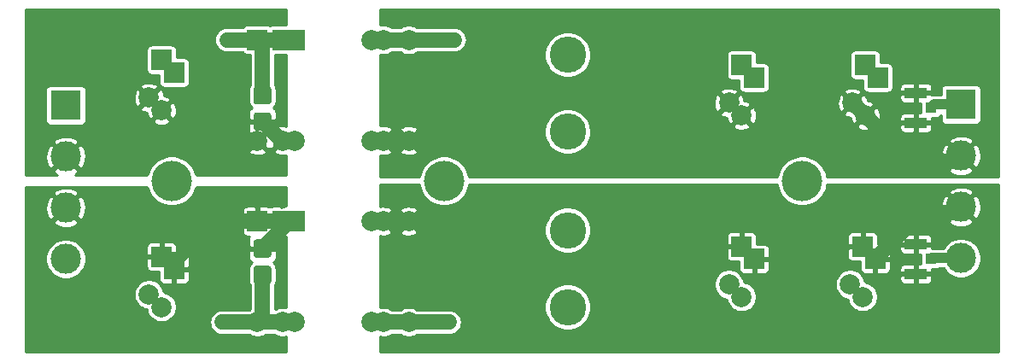
<source format=gbl>
G04 #@! TF.GenerationSoftware,KiCad,Pcbnew,(5.1.4)-1*
G04 #@! TF.CreationDate,2021-09-06T00:09:17-04:00*
G04 #@! TF.ProjectId,controller_power_filter,636f6e74-726f-46c6-9c65-725f706f7765,rev?*
G04 #@! TF.SameCoordinates,Original*
G04 #@! TF.FileFunction,Copper,L2,Bot*
G04 #@! TF.FilePolarity,Positive*
%FSLAX46Y46*%
G04 Gerber Fmt 4.6, Leading zero omitted, Abs format (unit mm)*
G04 Created by KiCad (PCBNEW (5.1.4)-1) date 2021-09-06 00:09:17*
%MOMM*%
%LPD*%
G04 APERTURE LIST*
%ADD10R,2.200000X1.050000*%
%ADD11R,1.050000X1.000000*%
%ADD12C,3.000000*%
%ADD13R,3.000000X3.000000*%
%ADD14C,2.000000*%
%ADD15R,2.000000X2.000000*%
%ADD16C,3.600000*%
%ADD17C,0.100000*%
%ADD18C,1.750000*%
%ADD19C,4.000000*%
%ADD20C,0.800000*%
%ADD21C,1.500000*%
%ADD22C,1.000000*%
%ADD23C,0.250000*%
G04 APERTURE END LIST*
D10*
X181275000Y-138775000D03*
D11*
X182800000Y-140250000D03*
D10*
X181275000Y-141725000D03*
X181275000Y-123775000D03*
D11*
X182800000Y-125250000D03*
D10*
X181275000Y-126725000D03*
D12*
X185750000Y-140160000D03*
D13*
X185750000Y-124920000D03*
D12*
X185750000Y-135080000D03*
X185750000Y-130000000D03*
D14*
X119700000Y-146500000D03*
X127300000Y-146500000D03*
D15*
X119700000Y-136500000D03*
D14*
X127300000Y-136500000D03*
X116000000Y-146500000D03*
X131000000Y-146500000D03*
D15*
X116000000Y-136500000D03*
D14*
X131000000Y-136500000D03*
X128500000Y-146500000D03*
X118500000Y-146500000D03*
X128500000Y-136500000D03*
D15*
X118500000Y-136500000D03*
D14*
X119700000Y-128500000D03*
X127300000Y-128500000D03*
D15*
X119700000Y-118500000D03*
D14*
X127300000Y-118500000D03*
X116000000Y-128500000D03*
X131000000Y-128500000D03*
D15*
X116000000Y-118500000D03*
D14*
X131000000Y-118500000D03*
X128500000Y-128500000D03*
X118500000Y-128500000D03*
X128500000Y-118500000D03*
D15*
X118500000Y-118500000D03*
D12*
X97000000Y-140240000D03*
D13*
X97000000Y-125000000D03*
D12*
X97000000Y-135160000D03*
X97000000Y-130080000D03*
D16*
X146750000Y-145000000D03*
X146750000Y-137380000D03*
X146750000Y-120000000D03*
X146750000Y-127620000D03*
D15*
X164000000Y-139000000D03*
D14*
X164000000Y-144000000D03*
D15*
X165250000Y-140250000D03*
D14*
X162750000Y-142750000D03*
D15*
X164000000Y-121000000D03*
D14*
X164000000Y-126000000D03*
D15*
X165250000Y-122250000D03*
D14*
X162750000Y-124750000D03*
D15*
X176000000Y-139000000D03*
D14*
X176000000Y-144000000D03*
D15*
X177250000Y-140250000D03*
D14*
X174750000Y-142750000D03*
D15*
X176250000Y-121000000D03*
D14*
X176250000Y-126000000D03*
D15*
X177500000Y-122250000D03*
D14*
X175000000Y-124750000D03*
D17*
G36*
X117098768Y-138301475D02*
G01*
X117128496Y-138305885D01*
X117157650Y-138313187D01*
X117185947Y-138323312D01*
X117213115Y-138336162D01*
X117238893Y-138351612D01*
X117263033Y-138369516D01*
X117285301Y-138389699D01*
X117305484Y-138411967D01*
X117323388Y-138436107D01*
X117338838Y-138461885D01*
X117351688Y-138489053D01*
X117361813Y-138517350D01*
X117369115Y-138546504D01*
X117373525Y-138576232D01*
X117375000Y-138606250D01*
X117375000Y-139793750D01*
X117373525Y-139823768D01*
X117369115Y-139853496D01*
X117361813Y-139882650D01*
X117351688Y-139910947D01*
X117338838Y-139938115D01*
X117323388Y-139963893D01*
X117305484Y-139988033D01*
X117285301Y-140010301D01*
X117263033Y-140030484D01*
X117238893Y-140048388D01*
X117213115Y-140063838D01*
X117185947Y-140076688D01*
X117157650Y-140086813D01*
X117128496Y-140094115D01*
X117098768Y-140098525D01*
X117068750Y-140100000D01*
X115931250Y-140100000D01*
X115901232Y-140098525D01*
X115871504Y-140094115D01*
X115842350Y-140086813D01*
X115814053Y-140076688D01*
X115786885Y-140063838D01*
X115761107Y-140048388D01*
X115736967Y-140030484D01*
X115714699Y-140010301D01*
X115694516Y-139988033D01*
X115676612Y-139963893D01*
X115661162Y-139938115D01*
X115648312Y-139910947D01*
X115638187Y-139882650D01*
X115630885Y-139853496D01*
X115626475Y-139823768D01*
X115625000Y-139793750D01*
X115625000Y-138606250D01*
X115626475Y-138576232D01*
X115630885Y-138546504D01*
X115638187Y-138517350D01*
X115648312Y-138489053D01*
X115661162Y-138461885D01*
X115676612Y-138436107D01*
X115694516Y-138411967D01*
X115714699Y-138389699D01*
X115736967Y-138369516D01*
X115761107Y-138351612D01*
X115786885Y-138336162D01*
X115814053Y-138323312D01*
X115842350Y-138313187D01*
X115871504Y-138305885D01*
X115901232Y-138301475D01*
X115931250Y-138300000D01*
X117068750Y-138300000D01*
X117098768Y-138301475D01*
X117098768Y-138301475D01*
G37*
D18*
X116500000Y-139200000D03*
D17*
G36*
X117098768Y-140901475D02*
G01*
X117128496Y-140905885D01*
X117157650Y-140913187D01*
X117185947Y-140923312D01*
X117213115Y-140936162D01*
X117238893Y-140951612D01*
X117263033Y-140969516D01*
X117285301Y-140989699D01*
X117305484Y-141011967D01*
X117323388Y-141036107D01*
X117338838Y-141061885D01*
X117351688Y-141089053D01*
X117361813Y-141117350D01*
X117369115Y-141146504D01*
X117373525Y-141176232D01*
X117375000Y-141206250D01*
X117375000Y-142393750D01*
X117373525Y-142423768D01*
X117369115Y-142453496D01*
X117361813Y-142482650D01*
X117351688Y-142510947D01*
X117338838Y-142538115D01*
X117323388Y-142563893D01*
X117305484Y-142588033D01*
X117285301Y-142610301D01*
X117263033Y-142630484D01*
X117238893Y-142648388D01*
X117213115Y-142663838D01*
X117185947Y-142676688D01*
X117157650Y-142686813D01*
X117128496Y-142694115D01*
X117098768Y-142698525D01*
X117068750Y-142700000D01*
X115931250Y-142700000D01*
X115901232Y-142698525D01*
X115871504Y-142694115D01*
X115842350Y-142686813D01*
X115814053Y-142676688D01*
X115786885Y-142663838D01*
X115761107Y-142648388D01*
X115736967Y-142630484D01*
X115714699Y-142610301D01*
X115694516Y-142588033D01*
X115676612Y-142563893D01*
X115661162Y-142538115D01*
X115648312Y-142510947D01*
X115638187Y-142482650D01*
X115630885Y-142453496D01*
X115626475Y-142423768D01*
X115625000Y-142393750D01*
X115625000Y-141206250D01*
X115626475Y-141176232D01*
X115630885Y-141146504D01*
X115638187Y-141117350D01*
X115648312Y-141089053D01*
X115661162Y-141061885D01*
X115676612Y-141036107D01*
X115694516Y-141011967D01*
X115714699Y-140989699D01*
X115736967Y-140969516D01*
X115761107Y-140951612D01*
X115786885Y-140936162D01*
X115814053Y-140923312D01*
X115842350Y-140913187D01*
X115871504Y-140905885D01*
X115901232Y-140901475D01*
X115931250Y-140900000D01*
X117068750Y-140900000D01*
X117098768Y-140901475D01*
X117098768Y-140901475D01*
G37*
D18*
X116500000Y-141800000D03*
D17*
G36*
X117098768Y-123101475D02*
G01*
X117128496Y-123105885D01*
X117157650Y-123113187D01*
X117185947Y-123123312D01*
X117213115Y-123136162D01*
X117238893Y-123151612D01*
X117263033Y-123169516D01*
X117285301Y-123189699D01*
X117305484Y-123211967D01*
X117323388Y-123236107D01*
X117338838Y-123261885D01*
X117351688Y-123289053D01*
X117361813Y-123317350D01*
X117369115Y-123346504D01*
X117373525Y-123376232D01*
X117375000Y-123406250D01*
X117375000Y-124593750D01*
X117373525Y-124623768D01*
X117369115Y-124653496D01*
X117361813Y-124682650D01*
X117351688Y-124710947D01*
X117338838Y-124738115D01*
X117323388Y-124763893D01*
X117305484Y-124788033D01*
X117285301Y-124810301D01*
X117263033Y-124830484D01*
X117238893Y-124848388D01*
X117213115Y-124863838D01*
X117185947Y-124876688D01*
X117157650Y-124886813D01*
X117128496Y-124894115D01*
X117098768Y-124898525D01*
X117068750Y-124900000D01*
X115931250Y-124900000D01*
X115901232Y-124898525D01*
X115871504Y-124894115D01*
X115842350Y-124886813D01*
X115814053Y-124876688D01*
X115786885Y-124863838D01*
X115761107Y-124848388D01*
X115736967Y-124830484D01*
X115714699Y-124810301D01*
X115694516Y-124788033D01*
X115676612Y-124763893D01*
X115661162Y-124738115D01*
X115648312Y-124710947D01*
X115638187Y-124682650D01*
X115630885Y-124653496D01*
X115626475Y-124623768D01*
X115625000Y-124593750D01*
X115625000Y-123406250D01*
X115626475Y-123376232D01*
X115630885Y-123346504D01*
X115638187Y-123317350D01*
X115648312Y-123289053D01*
X115661162Y-123261885D01*
X115676612Y-123236107D01*
X115694516Y-123211967D01*
X115714699Y-123189699D01*
X115736967Y-123169516D01*
X115761107Y-123151612D01*
X115786885Y-123136162D01*
X115814053Y-123123312D01*
X115842350Y-123113187D01*
X115871504Y-123105885D01*
X115901232Y-123101475D01*
X115931250Y-123100000D01*
X117068750Y-123100000D01*
X117098768Y-123101475D01*
X117098768Y-123101475D01*
G37*
D18*
X116500000Y-124000000D03*
D17*
G36*
X117098768Y-125701475D02*
G01*
X117128496Y-125705885D01*
X117157650Y-125713187D01*
X117185947Y-125723312D01*
X117213115Y-125736162D01*
X117238893Y-125751612D01*
X117263033Y-125769516D01*
X117285301Y-125789699D01*
X117305484Y-125811967D01*
X117323388Y-125836107D01*
X117338838Y-125861885D01*
X117351688Y-125889053D01*
X117361813Y-125917350D01*
X117369115Y-125946504D01*
X117373525Y-125976232D01*
X117375000Y-126006250D01*
X117375000Y-127193750D01*
X117373525Y-127223768D01*
X117369115Y-127253496D01*
X117361813Y-127282650D01*
X117351688Y-127310947D01*
X117338838Y-127338115D01*
X117323388Y-127363893D01*
X117305484Y-127388033D01*
X117285301Y-127410301D01*
X117263033Y-127430484D01*
X117238893Y-127448388D01*
X117213115Y-127463838D01*
X117185947Y-127476688D01*
X117157650Y-127486813D01*
X117128496Y-127494115D01*
X117098768Y-127498525D01*
X117068750Y-127500000D01*
X115931250Y-127500000D01*
X115901232Y-127498525D01*
X115871504Y-127494115D01*
X115842350Y-127486813D01*
X115814053Y-127476688D01*
X115786885Y-127463838D01*
X115761107Y-127448388D01*
X115736967Y-127430484D01*
X115714699Y-127410301D01*
X115694516Y-127388033D01*
X115676612Y-127363893D01*
X115661162Y-127338115D01*
X115648312Y-127310947D01*
X115638187Y-127282650D01*
X115630885Y-127253496D01*
X115626475Y-127223768D01*
X115625000Y-127193750D01*
X115625000Y-126006250D01*
X115626475Y-125976232D01*
X115630885Y-125946504D01*
X115638187Y-125917350D01*
X115648312Y-125889053D01*
X115661162Y-125861885D01*
X115676612Y-125836107D01*
X115694516Y-125811967D01*
X115714699Y-125789699D01*
X115736967Y-125769516D01*
X115761107Y-125751612D01*
X115786885Y-125736162D01*
X115814053Y-125723312D01*
X115842350Y-125713187D01*
X115871504Y-125705885D01*
X115901232Y-125701475D01*
X115931250Y-125700000D01*
X117068750Y-125700000D01*
X117098768Y-125701475D01*
X117098768Y-125701475D01*
G37*
D18*
X116500000Y-126600000D03*
D15*
X106500000Y-140000000D03*
D14*
X106500000Y-145000000D03*
D15*
X107750000Y-141250000D03*
D14*
X105250000Y-143750000D03*
D15*
X106500000Y-120500000D03*
D14*
X106500000Y-125500000D03*
D15*
X107750000Y-121750000D03*
D14*
X105250000Y-124250000D03*
D19*
X170000000Y-132500000D03*
X107500000Y-132500000D03*
X184500000Y-119500000D03*
X134500000Y-132500000D03*
D20*
X134000000Y-125750000D03*
X134000000Y-138250000D03*
D19*
X184500000Y-145500000D03*
D20*
X132500000Y-128000000D03*
X132500000Y-136500000D03*
X184250000Y-131750000D03*
X188000000Y-131750000D03*
X135000000Y-128000000D03*
X140000000Y-130250000D03*
X184000000Y-133750000D03*
X188000000Y-133750000D03*
X135000000Y-136500000D03*
X139750000Y-135000000D03*
D21*
X119700000Y-118500000D02*
X117500000Y-118500000D01*
X117500000Y-118500000D02*
X113000000Y-118500000D01*
X116500000Y-119000000D02*
X116000000Y-118500000D01*
X116500000Y-124000000D02*
X116500000Y-119000000D01*
X116500000Y-146000000D02*
X117000000Y-146500000D01*
X116500000Y-141800000D02*
X116500000Y-146000000D01*
X119700000Y-146500000D02*
X117000000Y-146500000D01*
X117000000Y-146500000D02*
X112500000Y-146500000D01*
X127300000Y-136500000D02*
X135000000Y-136500000D01*
X127300000Y-128500000D02*
X135000000Y-128500000D01*
X127300000Y-118500000D02*
X135500000Y-118500000D01*
X127300000Y-146500000D02*
X135000000Y-146500000D01*
D22*
X183130000Y-124920000D02*
X182800000Y-125250000D01*
X185750000Y-124920000D02*
X183130000Y-124920000D01*
X185990000Y-140750000D02*
X186000000Y-140740000D01*
X182890000Y-140160000D02*
X182800000Y-140250000D01*
X185750000Y-140160000D02*
X182890000Y-140160000D01*
D21*
X118400000Y-128500000D02*
X116500000Y-126600000D01*
X119700000Y-128500000D02*
X118400000Y-128500000D01*
X116000000Y-128500000D02*
X113500000Y-128500000D01*
D22*
X108500000Y-140000000D02*
X109000000Y-139500000D01*
X106500000Y-140000000D02*
X108500000Y-140000000D01*
D21*
X119700000Y-136500000D02*
X112000000Y-136500000D01*
X118500000Y-137200000D02*
X116500000Y-139200000D01*
X118500000Y-136500000D02*
X118500000Y-137200000D01*
X135000000Y-128500000D02*
X135000000Y-128500000D01*
X183878680Y-130580000D02*
X183798680Y-130500000D01*
X186000000Y-130580000D02*
X183878680Y-130580000D01*
X180830000Y-130580000D02*
X175000000Y-124750000D01*
X183878680Y-130580000D02*
X180830000Y-130580000D01*
X135000000Y-136500000D02*
X135000000Y-136500000D01*
X181840000Y-135660000D02*
X177250000Y-140250000D01*
X186000000Y-135660000D02*
X181840000Y-135660000D01*
D23*
G36*
X189475001Y-132125000D02*
G01*
X172474386Y-132125000D01*
X172403926Y-131770777D01*
X172257852Y-131418122D01*
X184508655Y-131418122D01*
X184672156Y-131696188D01*
X185023777Y-131873873D01*
X185403306Y-131979547D01*
X185796158Y-132009147D01*
X186187237Y-131961537D01*
X186561513Y-131838546D01*
X186827844Y-131696188D01*
X186991345Y-131418122D01*
X185750000Y-130176777D01*
X184508655Y-131418122D01*
X172257852Y-131418122D01*
X172215471Y-131315806D01*
X171941876Y-130906343D01*
X171593657Y-130558124D01*
X171184194Y-130284529D01*
X170729223Y-130096074D01*
X170478280Y-130046158D01*
X183740853Y-130046158D01*
X183788463Y-130437237D01*
X183911454Y-130811513D01*
X184053812Y-131077844D01*
X184331878Y-131241345D01*
X185573223Y-130000000D01*
X185926777Y-130000000D01*
X187168122Y-131241345D01*
X187446188Y-131077844D01*
X187623873Y-130726223D01*
X187729547Y-130346694D01*
X187759147Y-129953842D01*
X187711537Y-129562763D01*
X187588546Y-129188487D01*
X187446188Y-128922156D01*
X187168122Y-128758655D01*
X185926777Y-130000000D01*
X185573223Y-130000000D01*
X184331878Y-128758655D01*
X184053812Y-128922156D01*
X183876127Y-129273777D01*
X183770453Y-129653306D01*
X183740853Y-130046158D01*
X170478280Y-130046158D01*
X170246228Y-130000000D01*
X169753772Y-130000000D01*
X169270777Y-130096074D01*
X168815806Y-130284529D01*
X168406343Y-130558124D01*
X168058124Y-130906343D01*
X167784529Y-131315806D01*
X167596074Y-131770777D01*
X167525614Y-132125000D01*
X136974386Y-132125000D01*
X136903926Y-131770777D01*
X136715471Y-131315806D01*
X136441876Y-130906343D01*
X136093657Y-130558124D01*
X135684194Y-130284529D01*
X135229223Y-130096074D01*
X134746228Y-130000000D01*
X134253772Y-130000000D01*
X133770777Y-130096074D01*
X133315806Y-130284529D01*
X132906343Y-130558124D01*
X132558124Y-130906343D01*
X132284529Y-131315806D01*
X132096074Y-131770777D01*
X132025614Y-132125000D01*
X128125000Y-132125000D01*
X128125000Y-129952373D01*
X128270896Y-129989745D01*
X128565933Y-130005816D01*
X128858437Y-129964019D01*
X129137165Y-129865961D01*
X129281765Y-129788670D01*
X129385011Y-129561787D01*
X130114989Y-129561787D01*
X130218235Y-129788670D01*
X130484663Y-129916424D01*
X130770896Y-129989745D01*
X131065933Y-130005816D01*
X131358437Y-129964019D01*
X131637165Y-129865961D01*
X131781765Y-129788670D01*
X131885011Y-129561787D01*
X131000000Y-128676777D01*
X130114989Y-129561787D01*
X129385011Y-129561787D01*
X128741330Y-128918107D01*
X128789745Y-128729104D01*
X128795744Y-128618967D01*
X129561787Y-129385011D01*
X129750000Y-129299362D01*
X129938213Y-129385011D01*
X130823223Y-128500000D01*
X131176777Y-128500000D01*
X132061787Y-129385011D01*
X132288670Y-129281765D01*
X132416424Y-129015337D01*
X132489745Y-128729104D01*
X132505816Y-128434067D01*
X132464019Y-128141563D01*
X132365961Y-127862835D01*
X132288670Y-127718235D01*
X132061787Y-127614989D01*
X131176777Y-128500000D01*
X130823223Y-128500000D01*
X129938213Y-127614989D01*
X129750000Y-127700638D01*
X129561787Y-127614989D01*
X128797926Y-128378851D01*
X128764019Y-128141563D01*
X128742585Y-128080638D01*
X129385011Y-127438213D01*
X130114989Y-127438213D01*
X131000000Y-128323223D01*
X131885011Y-127438213D01*
X131864651Y-127393470D01*
X144450000Y-127393470D01*
X144450000Y-127846530D01*
X144538387Y-128290885D01*
X144711766Y-128709459D01*
X144963473Y-129086165D01*
X145283835Y-129406527D01*
X145660541Y-129658234D01*
X146079115Y-129831613D01*
X146523470Y-129920000D01*
X146976530Y-129920000D01*
X147420885Y-129831613D01*
X147839459Y-129658234D01*
X148216165Y-129406527D01*
X148536527Y-129086165D01*
X148788234Y-128709459D01*
X148841079Y-128581878D01*
X184508655Y-128581878D01*
X185750000Y-129823223D01*
X186991345Y-128581878D01*
X186827844Y-128303812D01*
X186476223Y-128126127D01*
X186096694Y-128020453D01*
X185703842Y-127990853D01*
X185312763Y-128038463D01*
X184938487Y-128161454D01*
X184672156Y-128303812D01*
X184508655Y-128581878D01*
X148841079Y-128581878D01*
X148961613Y-128290885D01*
X149050000Y-127846530D01*
X149050000Y-127393470D01*
X148984025Y-127061787D01*
X163114989Y-127061787D01*
X163218235Y-127288670D01*
X163484663Y-127416424D01*
X163770896Y-127489745D01*
X164065933Y-127505816D01*
X164358437Y-127464019D01*
X164637165Y-127365961D01*
X164781765Y-127288670D01*
X164885011Y-127061787D01*
X175364989Y-127061787D01*
X175468235Y-127288670D01*
X175734663Y-127416424D01*
X176020896Y-127489745D01*
X176315933Y-127505816D01*
X176608437Y-127464019D01*
X176887165Y-127365961D01*
X177031765Y-127288670D01*
X177049362Y-127250000D01*
X179672581Y-127250000D01*
X179682235Y-127348017D01*
X179710825Y-127442267D01*
X179757254Y-127529129D01*
X179819736Y-127605264D01*
X179895871Y-127667746D01*
X179982733Y-127714175D01*
X180076983Y-127742765D01*
X180175000Y-127752419D01*
X181025000Y-127750000D01*
X181150000Y-127625000D01*
X181150000Y-126850000D01*
X181400000Y-126850000D01*
X181400000Y-127625000D01*
X181525000Y-127750000D01*
X182375000Y-127752419D01*
X182473017Y-127742765D01*
X182567267Y-127714175D01*
X182654129Y-127667746D01*
X182730264Y-127605264D01*
X182792746Y-127529129D01*
X182839175Y-127442267D01*
X182867765Y-127348017D01*
X182877419Y-127250000D01*
X182875000Y-126975000D01*
X182750000Y-126850000D01*
X181400000Y-126850000D01*
X181150000Y-126850000D01*
X179800000Y-126850000D01*
X179675000Y-126975000D01*
X179672581Y-127250000D01*
X177049362Y-127250000D01*
X177135011Y-127061787D01*
X176250000Y-126176777D01*
X175364989Y-127061787D01*
X164885011Y-127061787D01*
X164000000Y-126176777D01*
X163114989Y-127061787D01*
X148984025Y-127061787D01*
X148961613Y-126949115D01*
X148788234Y-126530541D01*
X148536527Y-126153835D01*
X148216165Y-125833473D01*
X148183710Y-125811787D01*
X161864989Y-125811787D01*
X161968235Y-126038670D01*
X162234663Y-126166424D01*
X162518949Y-126239246D01*
X162535981Y-126358437D01*
X162634039Y-126637165D01*
X162711330Y-126781765D01*
X162938213Y-126885011D01*
X163823223Y-126000000D01*
X164176777Y-126000000D01*
X165061787Y-126885011D01*
X165288670Y-126781765D01*
X165416424Y-126515337D01*
X165489745Y-126229104D01*
X165505816Y-125934067D01*
X165488343Y-125811787D01*
X174114989Y-125811787D01*
X174218235Y-126038670D01*
X174484663Y-126166424D01*
X174768949Y-126239246D01*
X174785981Y-126358437D01*
X174884039Y-126637165D01*
X174961330Y-126781765D01*
X175188213Y-126885011D01*
X176073223Y-126000000D01*
X176426777Y-126000000D01*
X177311787Y-126885011D01*
X177538670Y-126781765D01*
X177666424Y-126515337D01*
X177739745Y-126229104D01*
X177741330Y-126200000D01*
X179672581Y-126200000D01*
X179675000Y-126475000D01*
X179800000Y-126600000D01*
X181150000Y-126600000D01*
X181150000Y-125825000D01*
X181025000Y-125700000D01*
X180175000Y-125697581D01*
X180076983Y-125707235D01*
X179982733Y-125735825D01*
X179895871Y-125782254D01*
X179819736Y-125844736D01*
X179757254Y-125920871D01*
X179710825Y-126007733D01*
X179682235Y-126101983D01*
X179672581Y-126200000D01*
X177741330Y-126200000D01*
X177755816Y-125934067D01*
X177714019Y-125641563D01*
X177615961Y-125362835D01*
X177538670Y-125218235D01*
X177311787Y-125114989D01*
X176426777Y-126000000D01*
X176073223Y-126000000D01*
X175885011Y-125811788D01*
X175885011Y-125811787D01*
X175188213Y-125114989D01*
X175188212Y-125114989D01*
X175000000Y-124926777D01*
X174114989Y-125811787D01*
X165488343Y-125811787D01*
X165464019Y-125641563D01*
X165365961Y-125362835D01*
X165288670Y-125218235D01*
X165061787Y-125114989D01*
X164176777Y-126000000D01*
X163823223Y-126000000D01*
X163635011Y-125811788D01*
X163635011Y-125811787D01*
X162938213Y-125114989D01*
X162938212Y-125114989D01*
X162750000Y-124926777D01*
X161864989Y-125811787D01*
X148183710Y-125811787D01*
X147839459Y-125581766D01*
X147420885Y-125408387D01*
X146976530Y-125320000D01*
X146523470Y-125320000D01*
X146079115Y-125408387D01*
X145660541Y-125581766D01*
X145283835Y-125833473D01*
X144963473Y-126153835D01*
X144711766Y-126530541D01*
X144538387Y-126949115D01*
X144450000Y-127393470D01*
X131864651Y-127393470D01*
X131781765Y-127211330D01*
X131515337Y-127083576D01*
X131229104Y-127010255D01*
X130934067Y-126994184D01*
X130641563Y-127035981D01*
X130362835Y-127134039D01*
X130218235Y-127211330D01*
X130114989Y-127438213D01*
X129385011Y-127438213D01*
X129281765Y-127211330D01*
X129015337Y-127083576D01*
X128729104Y-127010255D01*
X128434067Y-126994184D01*
X128141563Y-127035981D01*
X128125000Y-127041808D01*
X128125000Y-124815933D01*
X161244184Y-124815933D01*
X161285981Y-125108437D01*
X161384039Y-125387165D01*
X161461330Y-125531765D01*
X161688213Y-125635011D01*
X162573223Y-124750000D01*
X162926777Y-124750000D01*
X163114989Y-124938212D01*
X163114989Y-124938213D01*
X163811787Y-125635011D01*
X163811788Y-125635011D01*
X164000000Y-125823223D01*
X164885011Y-124938213D01*
X164829366Y-124815933D01*
X173494184Y-124815933D01*
X173535981Y-125108437D01*
X173634039Y-125387165D01*
X173711330Y-125531765D01*
X173938213Y-125635011D01*
X174823223Y-124750000D01*
X175176777Y-124750000D01*
X175364989Y-124938212D01*
X175364989Y-124938213D01*
X176061787Y-125635011D01*
X176061788Y-125635011D01*
X176250000Y-125823223D01*
X177135011Y-124938213D01*
X177031765Y-124711330D01*
X176765337Y-124583576D01*
X176481051Y-124510754D01*
X176464019Y-124391563D01*
X176431807Y-124300000D01*
X179672581Y-124300000D01*
X179682235Y-124398017D01*
X179710825Y-124492267D01*
X179757254Y-124579129D01*
X179819736Y-124655264D01*
X179895871Y-124717746D01*
X179982733Y-124764175D01*
X180076983Y-124792765D01*
X180175000Y-124802419D01*
X181025000Y-124800000D01*
X181150000Y-124675000D01*
X181150000Y-123900000D01*
X181400000Y-123900000D01*
X181400000Y-124675000D01*
X181525000Y-124800000D01*
X181772581Y-124800705D01*
X181772581Y-125699295D01*
X181525000Y-125700000D01*
X181400000Y-125825000D01*
X181400000Y-126600000D01*
X182750000Y-126600000D01*
X182875000Y-126475000D01*
X182876958Y-126252419D01*
X183325000Y-126252419D01*
X183423017Y-126242765D01*
X183517267Y-126214175D01*
X183604129Y-126167746D01*
X183680264Y-126105264D01*
X183742746Y-126029129D01*
X183747581Y-126020083D01*
X183747581Y-126420000D01*
X183757235Y-126518017D01*
X183785825Y-126612267D01*
X183832254Y-126699129D01*
X183894736Y-126775264D01*
X183970871Y-126837746D01*
X184057733Y-126884175D01*
X184151983Y-126912765D01*
X184250000Y-126922419D01*
X187250000Y-126922419D01*
X187348017Y-126912765D01*
X187442267Y-126884175D01*
X187529129Y-126837746D01*
X187605264Y-126775264D01*
X187667746Y-126699129D01*
X187714175Y-126612267D01*
X187742765Y-126518017D01*
X187752419Y-126420000D01*
X187752419Y-123420000D01*
X187742765Y-123321983D01*
X187714175Y-123227733D01*
X187667746Y-123140871D01*
X187605264Y-123064736D01*
X187529129Y-123002254D01*
X187442267Y-122955825D01*
X187348017Y-122927235D01*
X187250000Y-122917581D01*
X184250000Y-122917581D01*
X184151983Y-122927235D01*
X184057733Y-122955825D01*
X183970871Y-123002254D01*
X183894736Y-123064736D01*
X183832254Y-123140871D01*
X183785825Y-123227733D01*
X183757235Y-123321983D01*
X183747581Y-123420000D01*
X183747581Y-123920000D01*
X183179109Y-123920000D01*
X183129999Y-123915163D01*
X183080889Y-123920000D01*
X183080880Y-123920000D01*
X182933966Y-123934470D01*
X182819264Y-123969264D01*
X182750000Y-123900000D01*
X181400000Y-123900000D01*
X181150000Y-123900000D01*
X179800000Y-123900000D01*
X179675000Y-124025000D01*
X179672581Y-124300000D01*
X176431807Y-124300000D01*
X176365961Y-124112835D01*
X176288670Y-123968235D01*
X176061787Y-123864989D01*
X175176777Y-124750000D01*
X174823223Y-124750000D01*
X173938213Y-123864989D01*
X173711330Y-123968235D01*
X173583576Y-124234663D01*
X173510255Y-124520896D01*
X173494184Y-124815933D01*
X164829366Y-124815933D01*
X164781765Y-124711330D01*
X164515337Y-124583576D01*
X164231051Y-124510754D01*
X164214019Y-124391563D01*
X164115961Y-124112835D01*
X164038670Y-123968235D01*
X163811787Y-123864989D01*
X162926777Y-124750000D01*
X162573223Y-124750000D01*
X161688213Y-123864989D01*
X161461330Y-123968235D01*
X161333576Y-124234663D01*
X161260255Y-124520896D01*
X161244184Y-124815933D01*
X128125000Y-124815933D01*
X128125000Y-123688213D01*
X161864989Y-123688213D01*
X162750000Y-124573223D01*
X163635011Y-123688213D01*
X163531765Y-123461330D01*
X163265337Y-123333576D01*
X162979104Y-123260255D01*
X162684067Y-123244184D01*
X162391563Y-123285981D01*
X162112835Y-123384039D01*
X161968235Y-123461330D01*
X161864989Y-123688213D01*
X128125000Y-123688213D01*
X128125000Y-119954795D01*
X128352263Y-120000000D01*
X128647737Y-120000000D01*
X128937534Y-119942356D01*
X129210517Y-119829283D01*
X129329172Y-119750000D01*
X130170828Y-119750000D01*
X130289483Y-119829283D01*
X130562466Y-119942356D01*
X130852263Y-120000000D01*
X131147737Y-120000000D01*
X131437534Y-119942356D01*
X131710517Y-119829283D01*
X131794046Y-119773470D01*
X144450000Y-119773470D01*
X144450000Y-120226530D01*
X144538387Y-120670885D01*
X144711766Y-121089459D01*
X144963473Y-121466165D01*
X145283835Y-121786527D01*
X145660541Y-122038234D01*
X146079115Y-122211613D01*
X146523470Y-122300000D01*
X146976530Y-122300000D01*
X147420885Y-122211613D01*
X147839459Y-122038234D01*
X148216165Y-121786527D01*
X148536527Y-121466165D01*
X148788234Y-121089459D01*
X148961613Y-120670885D01*
X149050000Y-120226530D01*
X149050000Y-120000000D01*
X162497581Y-120000000D01*
X162497581Y-122000000D01*
X162507235Y-122098017D01*
X162535825Y-122192267D01*
X162582254Y-122279129D01*
X162644736Y-122355264D01*
X162720871Y-122417746D01*
X162807733Y-122464175D01*
X162901983Y-122492765D01*
X163000000Y-122502419D01*
X163747581Y-122502419D01*
X163747581Y-123250000D01*
X163757235Y-123348017D01*
X163785825Y-123442267D01*
X163832254Y-123529129D01*
X163894736Y-123605264D01*
X163970871Y-123667746D01*
X164057733Y-123714175D01*
X164151983Y-123742765D01*
X164250000Y-123752419D01*
X166250000Y-123752419D01*
X166348017Y-123742765D01*
X166442267Y-123714175D01*
X166490838Y-123688213D01*
X174114989Y-123688213D01*
X175000000Y-124573223D01*
X175885011Y-123688213D01*
X175781765Y-123461330D01*
X175515337Y-123333576D01*
X175229104Y-123260255D01*
X174934067Y-123244184D01*
X174641563Y-123285981D01*
X174362835Y-123384039D01*
X174218235Y-123461330D01*
X174114989Y-123688213D01*
X166490838Y-123688213D01*
X166529129Y-123667746D01*
X166605264Y-123605264D01*
X166667746Y-123529129D01*
X166714175Y-123442267D01*
X166742765Y-123348017D01*
X166752419Y-123250000D01*
X166752419Y-121250000D01*
X166742765Y-121151983D01*
X166714175Y-121057733D01*
X166667746Y-120970871D01*
X166605264Y-120894736D01*
X166529129Y-120832254D01*
X166442267Y-120785825D01*
X166348017Y-120757235D01*
X166250000Y-120747581D01*
X165502419Y-120747581D01*
X165502419Y-120000000D01*
X174747581Y-120000000D01*
X174747581Y-122000000D01*
X174757235Y-122098017D01*
X174785825Y-122192267D01*
X174832254Y-122279129D01*
X174894736Y-122355264D01*
X174970871Y-122417746D01*
X175057733Y-122464175D01*
X175151983Y-122492765D01*
X175250000Y-122502419D01*
X175997581Y-122502419D01*
X175997581Y-123250000D01*
X176007235Y-123348017D01*
X176035825Y-123442267D01*
X176082254Y-123529129D01*
X176144736Y-123605264D01*
X176220871Y-123667746D01*
X176307733Y-123714175D01*
X176401983Y-123742765D01*
X176500000Y-123752419D01*
X178500000Y-123752419D01*
X178598017Y-123742765D01*
X178692267Y-123714175D01*
X178779129Y-123667746D01*
X178855264Y-123605264D01*
X178917746Y-123529129D01*
X178964175Y-123442267D01*
X178992765Y-123348017D01*
X179002419Y-123250000D01*
X179672581Y-123250000D01*
X179675000Y-123525000D01*
X179800000Y-123650000D01*
X181150000Y-123650000D01*
X181150000Y-122875000D01*
X181400000Y-122875000D01*
X181400000Y-123650000D01*
X182750000Y-123650000D01*
X182875000Y-123525000D01*
X182877419Y-123250000D01*
X182867765Y-123151983D01*
X182839175Y-123057733D01*
X182792746Y-122970871D01*
X182730264Y-122894736D01*
X182654129Y-122832254D01*
X182567267Y-122785825D01*
X182473017Y-122757235D01*
X182375000Y-122747581D01*
X181525000Y-122750000D01*
X181400000Y-122875000D01*
X181150000Y-122875000D01*
X181025000Y-122750000D01*
X180175000Y-122747581D01*
X180076983Y-122757235D01*
X179982733Y-122785825D01*
X179895871Y-122832254D01*
X179819736Y-122894736D01*
X179757254Y-122970871D01*
X179710825Y-123057733D01*
X179682235Y-123151983D01*
X179672581Y-123250000D01*
X179002419Y-123250000D01*
X179002419Y-121250000D01*
X178992765Y-121151983D01*
X178964175Y-121057733D01*
X178917746Y-120970871D01*
X178855264Y-120894736D01*
X178779129Y-120832254D01*
X178692267Y-120785825D01*
X178598017Y-120757235D01*
X178500000Y-120747581D01*
X177752419Y-120747581D01*
X177752419Y-120000000D01*
X177742765Y-119901983D01*
X177714175Y-119807733D01*
X177667746Y-119720871D01*
X177605264Y-119644736D01*
X177529129Y-119582254D01*
X177442267Y-119535825D01*
X177348017Y-119507235D01*
X177250000Y-119497581D01*
X175250000Y-119497581D01*
X175151983Y-119507235D01*
X175057733Y-119535825D01*
X174970871Y-119582254D01*
X174894736Y-119644736D01*
X174832254Y-119720871D01*
X174785825Y-119807733D01*
X174757235Y-119901983D01*
X174747581Y-120000000D01*
X165502419Y-120000000D01*
X165492765Y-119901983D01*
X165464175Y-119807733D01*
X165417746Y-119720871D01*
X165355264Y-119644736D01*
X165279129Y-119582254D01*
X165192267Y-119535825D01*
X165098017Y-119507235D01*
X165000000Y-119497581D01*
X163000000Y-119497581D01*
X162901983Y-119507235D01*
X162807733Y-119535825D01*
X162720871Y-119582254D01*
X162644736Y-119644736D01*
X162582254Y-119720871D01*
X162535825Y-119807733D01*
X162507235Y-119901983D01*
X162497581Y-120000000D01*
X149050000Y-120000000D01*
X149050000Y-119773470D01*
X148961613Y-119329115D01*
X148788234Y-118910541D01*
X148536527Y-118533835D01*
X148216165Y-118213473D01*
X147839459Y-117961766D01*
X147420885Y-117788387D01*
X146976530Y-117700000D01*
X146523470Y-117700000D01*
X146079115Y-117788387D01*
X145660541Y-117961766D01*
X145283835Y-118213473D01*
X144963473Y-118533835D01*
X144711766Y-118910541D01*
X144538387Y-119329115D01*
X144450000Y-119773470D01*
X131794046Y-119773470D01*
X131829172Y-119750000D01*
X135561405Y-119750000D01*
X135745043Y-119731913D01*
X135980669Y-119660437D01*
X136197823Y-119544366D01*
X136388160Y-119388160D01*
X136544366Y-119197823D01*
X136660437Y-118980669D01*
X136731913Y-118745043D01*
X136756048Y-118500000D01*
X136731913Y-118254957D01*
X136660437Y-118019331D01*
X136544366Y-117802177D01*
X136388160Y-117611840D01*
X136197823Y-117455634D01*
X135980669Y-117339563D01*
X135745043Y-117268087D01*
X135561405Y-117250000D01*
X131829172Y-117250000D01*
X131710517Y-117170717D01*
X131437534Y-117057644D01*
X131147737Y-117000000D01*
X130852263Y-117000000D01*
X130562466Y-117057644D01*
X130289483Y-117170717D01*
X130170828Y-117250000D01*
X129329172Y-117250000D01*
X129210517Y-117170717D01*
X128937534Y-117057644D01*
X128647737Y-117000000D01*
X128352263Y-117000000D01*
X128125000Y-117045205D01*
X128125000Y-115525000D01*
X189475001Y-115525000D01*
X189475001Y-132125000D01*
X189475001Y-132125000D01*
G37*
X189475001Y-132125000D02*
X172474386Y-132125000D01*
X172403926Y-131770777D01*
X172257852Y-131418122D01*
X184508655Y-131418122D01*
X184672156Y-131696188D01*
X185023777Y-131873873D01*
X185403306Y-131979547D01*
X185796158Y-132009147D01*
X186187237Y-131961537D01*
X186561513Y-131838546D01*
X186827844Y-131696188D01*
X186991345Y-131418122D01*
X185750000Y-130176777D01*
X184508655Y-131418122D01*
X172257852Y-131418122D01*
X172215471Y-131315806D01*
X171941876Y-130906343D01*
X171593657Y-130558124D01*
X171184194Y-130284529D01*
X170729223Y-130096074D01*
X170478280Y-130046158D01*
X183740853Y-130046158D01*
X183788463Y-130437237D01*
X183911454Y-130811513D01*
X184053812Y-131077844D01*
X184331878Y-131241345D01*
X185573223Y-130000000D01*
X185926777Y-130000000D01*
X187168122Y-131241345D01*
X187446188Y-131077844D01*
X187623873Y-130726223D01*
X187729547Y-130346694D01*
X187759147Y-129953842D01*
X187711537Y-129562763D01*
X187588546Y-129188487D01*
X187446188Y-128922156D01*
X187168122Y-128758655D01*
X185926777Y-130000000D01*
X185573223Y-130000000D01*
X184331878Y-128758655D01*
X184053812Y-128922156D01*
X183876127Y-129273777D01*
X183770453Y-129653306D01*
X183740853Y-130046158D01*
X170478280Y-130046158D01*
X170246228Y-130000000D01*
X169753772Y-130000000D01*
X169270777Y-130096074D01*
X168815806Y-130284529D01*
X168406343Y-130558124D01*
X168058124Y-130906343D01*
X167784529Y-131315806D01*
X167596074Y-131770777D01*
X167525614Y-132125000D01*
X136974386Y-132125000D01*
X136903926Y-131770777D01*
X136715471Y-131315806D01*
X136441876Y-130906343D01*
X136093657Y-130558124D01*
X135684194Y-130284529D01*
X135229223Y-130096074D01*
X134746228Y-130000000D01*
X134253772Y-130000000D01*
X133770777Y-130096074D01*
X133315806Y-130284529D01*
X132906343Y-130558124D01*
X132558124Y-130906343D01*
X132284529Y-131315806D01*
X132096074Y-131770777D01*
X132025614Y-132125000D01*
X128125000Y-132125000D01*
X128125000Y-129952373D01*
X128270896Y-129989745D01*
X128565933Y-130005816D01*
X128858437Y-129964019D01*
X129137165Y-129865961D01*
X129281765Y-129788670D01*
X129385011Y-129561787D01*
X130114989Y-129561787D01*
X130218235Y-129788670D01*
X130484663Y-129916424D01*
X130770896Y-129989745D01*
X131065933Y-130005816D01*
X131358437Y-129964019D01*
X131637165Y-129865961D01*
X131781765Y-129788670D01*
X131885011Y-129561787D01*
X131000000Y-128676777D01*
X130114989Y-129561787D01*
X129385011Y-129561787D01*
X128741330Y-128918107D01*
X128789745Y-128729104D01*
X128795744Y-128618967D01*
X129561787Y-129385011D01*
X129750000Y-129299362D01*
X129938213Y-129385011D01*
X130823223Y-128500000D01*
X131176777Y-128500000D01*
X132061787Y-129385011D01*
X132288670Y-129281765D01*
X132416424Y-129015337D01*
X132489745Y-128729104D01*
X132505816Y-128434067D01*
X132464019Y-128141563D01*
X132365961Y-127862835D01*
X132288670Y-127718235D01*
X132061787Y-127614989D01*
X131176777Y-128500000D01*
X130823223Y-128500000D01*
X129938213Y-127614989D01*
X129750000Y-127700638D01*
X129561787Y-127614989D01*
X128797926Y-128378851D01*
X128764019Y-128141563D01*
X128742585Y-128080638D01*
X129385011Y-127438213D01*
X130114989Y-127438213D01*
X131000000Y-128323223D01*
X131885011Y-127438213D01*
X131864651Y-127393470D01*
X144450000Y-127393470D01*
X144450000Y-127846530D01*
X144538387Y-128290885D01*
X144711766Y-128709459D01*
X144963473Y-129086165D01*
X145283835Y-129406527D01*
X145660541Y-129658234D01*
X146079115Y-129831613D01*
X146523470Y-129920000D01*
X146976530Y-129920000D01*
X147420885Y-129831613D01*
X147839459Y-129658234D01*
X148216165Y-129406527D01*
X148536527Y-129086165D01*
X148788234Y-128709459D01*
X148841079Y-128581878D01*
X184508655Y-128581878D01*
X185750000Y-129823223D01*
X186991345Y-128581878D01*
X186827844Y-128303812D01*
X186476223Y-128126127D01*
X186096694Y-128020453D01*
X185703842Y-127990853D01*
X185312763Y-128038463D01*
X184938487Y-128161454D01*
X184672156Y-128303812D01*
X184508655Y-128581878D01*
X148841079Y-128581878D01*
X148961613Y-128290885D01*
X149050000Y-127846530D01*
X149050000Y-127393470D01*
X148984025Y-127061787D01*
X163114989Y-127061787D01*
X163218235Y-127288670D01*
X163484663Y-127416424D01*
X163770896Y-127489745D01*
X164065933Y-127505816D01*
X164358437Y-127464019D01*
X164637165Y-127365961D01*
X164781765Y-127288670D01*
X164885011Y-127061787D01*
X175364989Y-127061787D01*
X175468235Y-127288670D01*
X175734663Y-127416424D01*
X176020896Y-127489745D01*
X176315933Y-127505816D01*
X176608437Y-127464019D01*
X176887165Y-127365961D01*
X177031765Y-127288670D01*
X177049362Y-127250000D01*
X179672581Y-127250000D01*
X179682235Y-127348017D01*
X179710825Y-127442267D01*
X179757254Y-127529129D01*
X179819736Y-127605264D01*
X179895871Y-127667746D01*
X179982733Y-127714175D01*
X180076983Y-127742765D01*
X180175000Y-127752419D01*
X181025000Y-127750000D01*
X181150000Y-127625000D01*
X181150000Y-126850000D01*
X181400000Y-126850000D01*
X181400000Y-127625000D01*
X181525000Y-127750000D01*
X182375000Y-127752419D01*
X182473017Y-127742765D01*
X182567267Y-127714175D01*
X182654129Y-127667746D01*
X182730264Y-127605264D01*
X182792746Y-127529129D01*
X182839175Y-127442267D01*
X182867765Y-127348017D01*
X182877419Y-127250000D01*
X182875000Y-126975000D01*
X182750000Y-126850000D01*
X181400000Y-126850000D01*
X181150000Y-126850000D01*
X179800000Y-126850000D01*
X179675000Y-126975000D01*
X179672581Y-127250000D01*
X177049362Y-127250000D01*
X177135011Y-127061787D01*
X176250000Y-126176777D01*
X175364989Y-127061787D01*
X164885011Y-127061787D01*
X164000000Y-126176777D01*
X163114989Y-127061787D01*
X148984025Y-127061787D01*
X148961613Y-126949115D01*
X148788234Y-126530541D01*
X148536527Y-126153835D01*
X148216165Y-125833473D01*
X148183710Y-125811787D01*
X161864989Y-125811787D01*
X161968235Y-126038670D01*
X162234663Y-126166424D01*
X162518949Y-126239246D01*
X162535981Y-126358437D01*
X162634039Y-126637165D01*
X162711330Y-126781765D01*
X162938213Y-126885011D01*
X163823223Y-126000000D01*
X164176777Y-126000000D01*
X165061787Y-126885011D01*
X165288670Y-126781765D01*
X165416424Y-126515337D01*
X165489745Y-126229104D01*
X165505816Y-125934067D01*
X165488343Y-125811787D01*
X174114989Y-125811787D01*
X174218235Y-126038670D01*
X174484663Y-126166424D01*
X174768949Y-126239246D01*
X174785981Y-126358437D01*
X174884039Y-126637165D01*
X174961330Y-126781765D01*
X175188213Y-126885011D01*
X176073223Y-126000000D01*
X176426777Y-126000000D01*
X177311787Y-126885011D01*
X177538670Y-126781765D01*
X177666424Y-126515337D01*
X177739745Y-126229104D01*
X177741330Y-126200000D01*
X179672581Y-126200000D01*
X179675000Y-126475000D01*
X179800000Y-126600000D01*
X181150000Y-126600000D01*
X181150000Y-125825000D01*
X181025000Y-125700000D01*
X180175000Y-125697581D01*
X180076983Y-125707235D01*
X179982733Y-125735825D01*
X179895871Y-125782254D01*
X179819736Y-125844736D01*
X179757254Y-125920871D01*
X179710825Y-126007733D01*
X179682235Y-126101983D01*
X179672581Y-126200000D01*
X177741330Y-126200000D01*
X177755816Y-125934067D01*
X177714019Y-125641563D01*
X177615961Y-125362835D01*
X177538670Y-125218235D01*
X177311787Y-125114989D01*
X176426777Y-126000000D01*
X176073223Y-126000000D01*
X175885011Y-125811788D01*
X175885011Y-125811787D01*
X175188213Y-125114989D01*
X175188212Y-125114989D01*
X175000000Y-124926777D01*
X174114989Y-125811787D01*
X165488343Y-125811787D01*
X165464019Y-125641563D01*
X165365961Y-125362835D01*
X165288670Y-125218235D01*
X165061787Y-125114989D01*
X164176777Y-126000000D01*
X163823223Y-126000000D01*
X163635011Y-125811788D01*
X163635011Y-125811787D01*
X162938213Y-125114989D01*
X162938212Y-125114989D01*
X162750000Y-124926777D01*
X161864989Y-125811787D01*
X148183710Y-125811787D01*
X147839459Y-125581766D01*
X147420885Y-125408387D01*
X146976530Y-125320000D01*
X146523470Y-125320000D01*
X146079115Y-125408387D01*
X145660541Y-125581766D01*
X145283835Y-125833473D01*
X144963473Y-126153835D01*
X144711766Y-126530541D01*
X144538387Y-126949115D01*
X144450000Y-127393470D01*
X131864651Y-127393470D01*
X131781765Y-127211330D01*
X131515337Y-127083576D01*
X131229104Y-127010255D01*
X130934067Y-126994184D01*
X130641563Y-127035981D01*
X130362835Y-127134039D01*
X130218235Y-127211330D01*
X130114989Y-127438213D01*
X129385011Y-127438213D01*
X129281765Y-127211330D01*
X129015337Y-127083576D01*
X128729104Y-127010255D01*
X128434067Y-126994184D01*
X128141563Y-127035981D01*
X128125000Y-127041808D01*
X128125000Y-124815933D01*
X161244184Y-124815933D01*
X161285981Y-125108437D01*
X161384039Y-125387165D01*
X161461330Y-125531765D01*
X161688213Y-125635011D01*
X162573223Y-124750000D01*
X162926777Y-124750000D01*
X163114989Y-124938212D01*
X163114989Y-124938213D01*
X163811787Y-125635011D01*
X163811788Y-125635011D01*
X164000000Y-125823223D01*
X164885011Y-124938213D01*
X164829366Y-124815933D01*
X173494184Y-124815933D01*
X173535981Y-125108437D01*
X173634039Y-125387165D01*
X173711330Y-125531765D01*
X173938213Y-125635011D01*
X174823223Y-124750000D01*
X175176777Y-124750000D01*
X175364989Y-124938212D01*
X175364989Y-124938213D01*
X176061787Y-125635011D01*
X176061788Y-125635011D01*
X176250000Y-125823223D01*
X177135011Y-124938213D01*
X177031765Y-124711330D01*
X176765337Y-124583576D01*
X176481051Y-124510754D01*
X176464019Y-124391563D01*
X176431807Y-124300000D01*
X179672581Y-124300000D01*
X179682235Y-124398017D01*
X179710825Y-124492267D01*
X179757254Y-124579129D01*
X179819736Y-124655264D01*
X179895871Y-124717746D01*
X179982733Y-124764175D01*
X180076983Y-124792765D01*
X180175000Y-124802419D01*
X181025000Y-124800000D01*
X181150000Y-124675000D01*
X181150000Y-123900000D01*
X181400000Y-123900000D01*
X181400000Y-124675000D01*
X181525000Y-124800000D01*
X181772581Y-124800705D01*
X181772581Y-125699295D01*
X181525000Y-125700000D01*
X181400000Y-125825000D01*
X181400000Y-126600000D01*
X182750000Y-126600000D01*
X182875000Y-126475000D01*
X182876958Y-126252419D01*
X183325000Y-126252419D01*
X183423017Y-126242765D01*
X183517267Y-126214175D01*
X183604129Y-126167746D01*
X183680264Y-126105264D01*
X183742746Y-126029129D01*
X183747581Y-126020083D01*
X183747581Y-126420000D01*
X183757235Y-126518017D01*
X183785825Y-126612267D01*
X183832254Y-126699129D01*
X183894736Y-126775264D01*
X183970871Y-126837746D01*
X184057733Y-126884175D01*
X184151983Y-126912765D01*
X184250000Y-126922419D01*
X187250000Y-126922419D01*
X187348017Y-126912765D01*
X187442267Y-126884175D01*
X187529129Y-126837746D01*
X187605264Y-126775264D01*
X187667746Y-126699129D01*
X187714175Y-126612267D01*
X187742765Y-126518017D01*
X187752419Y-126420000D01*
X187752419Y-123420000D01*
X187742765Y-123321983D01*
X187714175Y-123227733D01*
X187667746Y-123140871D01*
X187605264Y-123064736D01*
X187529129Y-123002254D01*
X187442267Y-122955825D01*
X187348017Y-122927235D01*
X187250000Y-122917581D01*
X184250000Y-122917581D01*
X184151983Y-122927235D01*
X184057733Y-122955825D01*
X183970871Y-123002254D01*
X183894736Y-123064736D01*
X183832254Y-123140871D01*
X183785825Y-123227733D01*
X183757235Y-123321983D01*
X183747581Y-123420000D01*
X183747581Y-123920000D01*
X183179109Y-123920000D01*
X183129999Y-123915163D01*
X183080889Y-123920000D01*
X183080880Y-123920000D01*
X182933966Y-123934470D01*
X182819264Y-123969264D01*
X182750000Y-123900000D01*
X181400000Y-123900000D01*
X181150000Y-123900000D01*
X179800000Y-123900000D01*
X179675000Y-124025000D01*
X179672581Y-124300000D01*
X176431807Y-124300000D01*
X176365961Y-124112835D01*
X176288670Y-123968235D01*
X176061787Y-123864989D01*
X175176777Y-124750000D01*
X174823223Y-124750000D01*
X173938213Y-123864989D01*
X173711330Y-123968235D01*
X173583576Y-124234663D01*
X173510255Y-124520896D01*
X173494184Y-124815933D01*
X164829366Y-124815933D01*
X164781765Y-124711330D01*
X164515337Y-124583576D01*
X164231051Y-124510754D01*
X164214019Y-124391563D01*
X164115961Y-124112835D01*
X164038670Y-123968235D01*
X163811787Y-123864989D01*
X162926777Y-124750000D01*
X162573223Y-124750000D01*
X161688213Y-123864989D01*
X161461330Y-123968235D01*
X161333576Y-124234663D01*
X161260255Y-124520896D01*
X161244184Y-124815933D01*
X128125000Y-124815933D01*
X128125000Y-123688213D01*
X161864989Y-123688213D01*
X162750000Y-124573223D01*
X163635011Y-123688213D01*
X163531765Y-123461330D01*
X163265337Y-123333576D01*
X162979104Y-123260255D01*
X162684067Y-123244184D01*
X162391563Y-123285981D01*
X162112835Y-123384039D01*
X161968235Y-123461330D01*
X161864989Y-123688213D01*
X128125000Y-123688213D01*
X128125000Y-119954795D01*
X128352263Y-120000000D01*
X128647737Y-120000000D01*
X128937534Y-119942356D01*
X129210517Y-119829283D01*
X129329172Y-119750000D01*
X130170828Y-119750000D01*
X130289483Y-119829283D01*
X130562466Y-119942356D01*
X130852263Y-120000000D01*
X131147737Y-120000000D01*
X131437534Y-119942356D01*
X131710517Y-119829283D01*
X131794046Y-119773470D01*
X144450000Y-119773470D01*
X144450000Y-120226530D01*
X144538387Y-120670885D01*
X144711766Y-121089459D01*
X144963473Y-121466165D01*
X145283835Y-121786527D01*
X145660541Y-122038234D01*
X146079115Y-122211613D01*
X146523470Y-122300000D01*
X146976530Y-122300000D01*
X147420885Y-122211613D01*
X147839459Y-122038234D01*
X148216165Y-121786527D01*
X148536527Y-121466165D01*
X148788234Y-121089459D01*
X148961613Y-120670885D01*
X149050000Y-120226530D01*
X149050000Y-120000000D01*
X162497581Y-120000000D01*
X162497581Y-122000000D01*
X162507235Y-122098017D01*
X162535825Y-122192267D01*
X162582254Y-122279129D01*
X162644736Y-122355264D01*
X162720871Y-122417746D01*
X162807733Y-122464175D01*
X162901983Y-122492765D01*
X163000000Y-122502419D01*
X163747581Y-122502419D01*
X163747581Y-123250000D01*
X163757235Y-123348017D01*
X163785825Y-123442267D01*
X163832254Y-123529129D01*
X163894736Y-123605264D01*
X163970871Y-123667746D01*
X164057733Y-123714175D01*
X164151983Y-123742765D01*
X164250000Y-123752419D01*
X166250000Y-123752419D01*
X166348017Y-123742765D01*
X166442267Y-123714175D01*
X166490838Y-123688213D01*
X174114989Y-123688213D01*
X175000000Y-124573223D01*
X175885011Y-123688213D01*
X175781765Y-123461330D01*
X175515337Y-123333576D01*
X175229104Y-123260255D01*
X174934067Y-123244184D01*
X174641563Y-123285981D01*
X174362835Y-123384039D01*
X174218235Y-123461330D01*
X174114989Y-123688213D01*
X166490838Y-123688213D01*
X166529129Y-123667746D01*
X166605264Y-123605264D01*
X166667746Y-123529129D01*
X166714175Y-123442267D01*
X166742765Y-123348017D01*
X166752419Y-123250000D01*
X166752419Y-121250000D01*
X166742765Y-121151983D01*
X166714175Y-121057733D01*
X166667746Y-120970871D01*
X166605264Y-120894736D01*
X166529129Y-120832254D01*
X166442267Y-120785825D01*
X166348017Y-120757235D01*
X166250000Y-120747581D01*
X165502419Y-120747581D01*
X165502419Y-120000000D01*
X174747581Y-120000000D01*
X174747581Y-122000000D01*
X174757235Y-122098017D01*
X174785825Y-122192267D01*
X174832254Y-122279129D01*
X174894736Y-122355264D01*
X174970871Y-122417746D01*
X175057733Y-122464175D01*
X175151983Y-122492765D01*
X175250000Y-122502419D01*
X175997581Y-122502419D01*
X175997581Y-123250000D01*
X176007235Y-123348017D01*
X176035825Y-123442267D01*
X176082254Y-123529129D01*
X176144736Y-123605264D01*
X176220871Y-123667746D01*
X176307733Y-123714175D01*
X176401983Y-123742765D01*
X176500000Y-123752419D01*
X178500000Y-123752419D01*
X178598017Y-123742765D01*
X178692267Y-123714175D01*
X178779129Y-123667746D01*
X178855264Y-123605264D01*
X178917746Y-123529129D01*
X178964175Y-123442267D01*
X178992765Y-123348017D01*
X179002419Y-123250000D01*
X179672581Y-123250000D01*
X179675000Y-123525000D01*
X179800000Y-123650000D01*
X181150000Y-123650000D01*
X181150000Y-122875000D01*
X181400000Y-122875000D01*
X181400000Y-123650000D01*
X182750000Y-123650000D01*
X182875000Y-123525000D01*
X182877419Y-123250000D01*
X182867765Y-123151983D01*
X182839175Y-123057733D01*
X182792746Y-122970871D01*
X182730264Y-122894736D01*
X182654129Y-122832254D01*
X182567267Y-122785825D01*
X182473017Y-122757235D01*
X182375000Y-122747581D01*
X181525000Y-122750000D01*
X181400000Y-122875000D01*
X181150000Y-122875000D01*
X181025000Y-122750000D01*
X180175000Y-122747581D01*
X180076983Y-122757235D01*
X179982733Y-122785825D01*
X179895871Y-122832254D01*
X179819736Y-122894736D01*
X179757254Y-122970871D01*
X179710825Y-123057733D01*
X179682235Y-123151983D01*
X179672581Y-123250000D01*
X179002419Y-123250000D01*
X179002419Y-121250000D01*
X178992765Y-121151983D01*
X178964175Y-121057733D01*
X178917746Y-120970871D01*
X178855264Y-120894736D01*
X178779129Y-120832254D01*
X178692267Y-120785825D01*
X178598017Y-120757235D01*
X178500000Y-120747581D01*
X177752419Y-120747581D01*
X177752419Y-120000000D01*
X177742765Y-119901983D01*
X177714175Y-119807733D01*
X177667746Y-119720871D01*
X177605264Y-119644736D01*
X177529129Y-119582254D01*
X177442267Y-119535825D01*
X177348017Y-119507235D01*
X177250000Y-119497581D01*
X175250000Y-119497581D01*
X175151983Y-119507235D01*
X175057733Y-119535825D01*
X174970871Y-119582254D01*
X174894736Y-119644736D01*
X174832254Y-119720871D01*
X174785825Y-119807733D01*
X174757235Y-119901983D01*
X174747581Y-120000000D01*
X165502419Y-120000000D01*
X165492765Y-119901983D01*
X165464175Y-119807733D01*
X165417746Y-119720871D01*
X165355264Y-119644736D01*
X165279129Y-119582254D01*
X165192267Y-119535825D01*
X165098017Y-119507235D01*
X165000000Y-119497581D01*
X163000000Y-119497581D01*
X162901983Y-119507235D01*
X162807733Y-119535825D01*
X162720871Y-119582254D01*
X162644736Y-119644736D01*
X162582254Y-119720871D01*
X162535825Y-119807733D01*
X162507235Y-119901983D01*
X162497581Y-120000000D01*
X149050000Y-120000000D01*
X149050000Y-119773470D01*
X148961613Y-119329115D01*
X148788234Y-118910541D01*
X148536527Y-118533835D01*
X148216165Y-118213473D01*
X147839459Y-117961766D01*
X147420885Y-117788387D01*
X146976530Y-117700000D01*
X146523470Y-117700000D01*
X146079115Y-117788387D01*
X145660541Y-117961766D01*
X145283835Y-118213473D01*
X144963473Y-118533835D01*
X144711766Y-118910541D01*
X144538387Y-119329115D01*
X144450000Y-119773470D01*
X131794046Y-119773470D01*
X131829172Y-119750000D01*
X135561405Y-119750000D01*
X135745043Y-119731913D01*
X135980669Y-119660437D01*
X136197823Y-119544366D01*
X136388160Y-119388160D01*
X136544366Y-119197823D01*
X136660437Y-118980669D01*
X136731913Y-118745043D01*
X136756048Y-118500000D01*
X136731913Y-118254957D01*
X136660437Y-118019331D01*
X136544366Y-117802177D01*
X136388160Y-117611840D01*
X136197823Y-117455634D01*
X135980669Y-117339563D01*
X135745043Y-117268087D01*
X135561405Y-117250000D01*
X131829172Y-117250000D01*
X131710517Y-117170717D01*
X131437534Y-117057644D01*
X131147737Y-117000000D01*
X130852263Y-117000000D01*
X130562466Y-117057644D01*
X130289483Y-117170717D01*
X130170828Y-117250000D01*
X129329172Y-117250000D01*
X129210517Y-117170717D01*
X128937534Y-117057644D01*
X128647737Y-117000000D01*
X128352263Y-117000000D01*
X128125000Y-117045205D01*
X128125000Y-115525000D01*
X189475001Y-115525000D01*
X189475001Y-132125000D01*
G36*
X105096074Y-133229223D02*
G01*
X105284529Y-133684194D01*
X105558124Y-134093657D01*
X105906343Y-134441876D01*
X106315806Y-134715471D01*
X106770777Y-134903926D01*
X107253772Y-135000000D01*
X107746228Y-135000000D01*
X108229223Y-134903926D01*
X108684194Y-134715471D01*
X109093657Y-134441876D01*
X109441876Y-134093657D01*
X109715471Y-133684194D01*
X109903926Y-133229223D01*
X109924657Y-133125000D01*
X118875000Y-133125000D01*
X118875000Y-134998145D01*
X118700000Y-134997581D01*
X118601983Y-135007235D01*
X118507733Y-135035825D01*
X118420871Y-135082254D01*
X118372198Y-135122198D01*
X118250000Y-135000000D01*
X117500000Y-134997581D01*
X117401983Y-135007235D01*
X117307733Y-135035825D01*
X117250000Y-135066684D01*
X117192267Y-135035825D01*
X117098017Y-135007235D01*
X117000000Y-134997581D01*
X116250000Y-135000000D01*
X116125000Y-135125000D01*
X116125000Y-136375000D01*
X118645000Y-136375000D01*
X118645000Y-136625000D01*
X116125000Y-136625000D01*
X116125000Y-136645000D01*
X115875000Y-136645000D01*
X115875000Y-136625000D01*
X114625000Y-136625000D01*
X114500000Y-136750000D01*
X114497581Y-137500000D01*
X114507235Y-137598017D01*
X114535825Y-137692267D01*
X114582254Y-137779129D01*
X114644736Y-137855264D01*
X114720871Y-137917746D01*
X114807733Y-137964175D01*
X114901983Y-137992765D01*
X115000000Y-138002419D01*
X115222987Y-138001700D01*
X115207254Y-138020871D01*
X115160825Y-138107733D01*
X115132235Y-138201983D01*
X115122581Y-138300000D01*
X115125000Y-138950000D01*
X115250000Y-139075000D01*
X116375000Y-139075000D01*
X116375000Y-139055000D01*
X116625000Y-139055000D01*
X116625000Y-139075000D01*
X117750000Y-139075000D01*
X117875000Y-138950000D01*
X117877419Y-138300000D01*
X117867765Y-138201983D01*
X117839175Y-138107733D01*
X117792746Y-138020871D01*
X117776870Y-138001526D01*
X118250000Y-138000000D01*
X118372198Y-137877802D01*
X118420871Y-137917746D01*
X118507733Y-137964175D01*
X118601983Y-137992765D01*
X118700000Y-138002419D01*
X118875000Y-138001855D01*
X118875000Y-145045205D01*
X118647737Y-145000000D01*
X118352263Y-145000000D01*
X118062466Y-145057644D01*
X117789483Y-145170717D01*
X117750000Y-145197099D01*
X117750000Y-142826435D01*
X117815863Y-142703214D01*
X117861881Y-142551513D01*
X117877419Y-142393750D01*
X117877419Y-141206250D01*
X117861881Y-141048487D01*
X117815863Y-140896786D01*
X117741134Y-140756978D01*
X117640565Y-140634435D01*
X117558276Y-140566902D01*
X117567267Y-140564175D01*
X117654129Y-140517746D01*
X117730264Y-140455264D01*
X117792746Y-140379129D01*
X117839175Y-140292267D01*
X117867765Y-140198017D01*
X117877419Y-140100000D01*
X117875000Y-139450000D01*
X117750000Y-139325000D01*
X116625000Y-139325000D01*
X116625000Y-139345000D01*
X116375000Y-139345000D01*
X116375000Y-139325000D01*
X115250000Y-139325000D01*
X115125000Y-139450000D01*
X115122581Y-140100000D01*
X115132235Y-140198017D01*
X115160825Y-140292267D01*
X115207254Y-140379129D01*
X115269736Y-140455264D01*
X115345871Y-140517746D01*
X115432733Y-140564175D01*
X115441724Y-140566902D01*
X115359435Y-140634435D01*
X115258866Y-140756978D01*
X115184137Y-140896786D01*
X115138119Y-141048487D01*
X115122581Y-141206250D01*
X115122581Y-142393750D01*
X115138119Y-142551513D01*
X115184137Y-142703214D01*
X115250000Y-142826435D01*
X115250001Y-145197098D01*
X115170828Y-145250000D01*
X112438595Y-145250000D01*
X112254957Y-145268087D01*
X112019331Y-145339563D01*
X111802177Y-145455634D01*
X111611840Y-145611840D01*
X111455634Y-145802177D01*
X111339563Y-146019331D01*
X111268087Y-146254957D01*
X111243952Y-146500000D01*
X111268087Y-146745043D01*
X111339563Y-146980669D01*
X111455634Y-147197823D01*
X111611840Y-147388160D01*
X111802177Y-147544366D01*
X112019331Y-147660437D01*
X112254957Y-147731913D01*
X112438595Y-147750000D01*
X115170828Y-147750000D01*
X115289483Y-147829283D01*
X115562466Y-147942356D01*
X115852263Y-148000000D01*
X116147737Y-148000000D01*
X116437534Y-147942356D01*
X116710517Y-147829283D01*
X116829172Y-147750000D01*
X116938595Y-147750000D01*
X117000000Y-147756048D01*
X117061405Y-147750000D01*
X117670828Y-147750000D01*
X117789483Y-147829283D01*
X118062466Y-147942356D01*
X118352263Y-148000000D01*
X118647737Y-148000000D01*
X118875000Y-147954795D01*
X118875000Y-149475000D01*
X93025000Y-149475000D01*
X93025000Y-143602263D01*
X103750000Y-143602263D01*
X103750000Y-143897737D01*
X103807644Y-144187534D01*
X103920717Y-144460517D01*
X104084874Y-144706194D01*
X104293806Y-144915126D01*
X104539483Y-145079283D01*
X104812466Y-145192356D01*
X105016966Y-145233034D01*
X105057644Y-145437534D01*
X105170717Y-145710517D01*
X105334874Y-145956194D01*
X105543806Y-146165126D01*
X105789483Y-146329283D01*
X106062466Y-146442356D01*
X106352263Y-146500000D01*
X106647737Y-146500000D01*
X106937534Y-146442356D01*
X107210517Y-146329283D01*
X107456194Y-146165126D01*
X107665126Y-145956194D01*
X107829283Y-145710517D01*
X107942356Y-145437534D01*
X108000000Y-145147737D01*
X108000000Y-144852263D01*
X107942356Y-144562466D01*
X107829283Y-144289483D01*
X107665126Y-144043806D01*
X107456194Y-143834874D01*
X107210517Y-143670717D01*
X106937534Y-143557644D01*
X106733034Y-143516966D01*
X106692356Y-143312466D01*
X106579283Y-143039483D01*
X106415126Y-142793806D01*
X106206194Y-142584874D01*
X105960517Y-142420717D01*
X105687534Y-142307644D01*
X105397737Y-142250000D01*
X105102263Y-142250000D01*
X104812466Y-142307644D01*
X104539483Y-142420717D01*
X104293806Y-142584874D01*
X104084874Y-142793806D01*
X103920717Y-143039483D01*
X103807644Y-143312466D01*
X103750000Y-143602263D01*
X93025000Y-143602263D01*
X93025000Y-140043017D01*
X95000000Y-140043017D01*
X95000000Y-140436983D01*
X95076859Y-140823378D01*
X95227623Y-141187355D01*
X95446499Y-141514926D01*
X95725074Y-141793501D01*
X96052645Y-142012377D01*
X96416622Y-142163141D01*
X96803017Y-142240000D01*
X97196983Y-142240000D01*
X97583378Y-142163141D01*
X97947355Y-142012377D01*
X98274926Y-141793501D01*
X98553501Y-141514926D01*
X98772377Y-141187355D01*
X98849981Y-141000000D01*
X104997581Y-141000000D01*
X105007235Y-141098017D01*
X105035825Y-141192267D01*
X105082254Y-141279129D01*
X105144736Y-141355264D01*
X105220871Y-141417746D01*
X105307733Y-141464175D01*
X105401983Y-141492765D01*
X105500000Y-141502419D01*
X106250000Y-141500000D01*
X106247581Y-142250000D01*
X106257235Y-142348017D01*
X106285825Y-142442267D01*
X106332254Y-142529129D01*
X106394736Y-142605264D01*
X106470871Y-142667746D01*
X106557733Y-142714175D01*
X106651983Y-142742765D01*
X106750000Y-142752419D01*
X107500000Y-142750000D01*
X107625000Y-142625000D01*
X107625000Y-141484580D01*
X107692267Y-141464175D01*
X107779129Y-141417746D01*
X107831215Y-141375000D01*
X107875000Y-141375000D01*
X107875000Y-142625000D01*
X108000000Y-142750000D01*
X108750000Y-142752419D01*
X108848017Y-142742765D01*
X108942267Y-142714175D01*
X109029129Y-142667746D01*
X109105264Y-142605264D01*
X109167746Y-142529129D01*
X109214175Y-142442267D01*
X109242765Y-142348017D01*
X109252419Y-142250000D01*
X109250000Y-141500000D01*
X109125000Y-141375000D01*
X107875000Y-141375000D01*
X107831215Y-141375000D01*
X107855264Y-141355264D01*
X107917746Y-141279129D01*
X107964175Y-141192267D01*
X107984580Y-141125000D01*
X109125000Y-141125000D01*
X109250000Y-141000000D01*
X109252419Y-140250000D01*
X109242765Y-140151983D01*
X109214175Y-140057733D01*
X109167746Y-139970871D01*
X109105264Y-139894736D01*
X109029129Y-139832254D01*
X108942267Y-139785825D01*
X108848017Y-139757235D01*
X108750000Y-139747581D01*
X108000000Y-139750000D01*
X108002419Y-139000000D01*
X107992765Y-138901983D01*
X107964175Y-138807733D01*
X107917746Y-138720871D01*
X107855264Y-138644736D01*
X107779129Y-138582254D01*
X107692267Y-138535825D01*
X107598017Y-138507235D01*
X107500000Y-138497581D01*
X106750000Y-138500000D01*
X106625000Y-138625000D01*
X106625000Y-139765420D01*
X106557733Y-139785825D01*
X106470871Y-139832254D01*
X106394736Y-139894736D01*
X106332254Y-139970871D01*
X106285825Y-140057733D01*
X106265420Y-140125000D01*
X105125000Y-140125000D01*
X105000000Y-140250000D01*
X104997581Y-141000000D01*
X98849981Y-141000000D01*
X98923141Y-140823378D01*
X99000000Y-140436983D01*
X99000000Y-140043017D01*
X98923141Y-139656622D01*
X98772377Y-139292645D01*
X98576838Y-139000000D01*
X104997581Y-139000000D01*
X105000000Y-139750000D01*
X105125000Y-139875000D01*
X106375000Y-139875000D01*
X106375000Y-138625000D01*
X106250000Y-138500000D01*
X105500000Y-138497581D01*
X105401983Y-138507235D01*
X105307733Y-138535825D01*
X105220871Y-138582254D01*
X105144736Y-138644736D01*
X105082254Y-138720871D01*
X105035825Y-138807733D01*
X105007235Y-138901983D01*
X104997581Y-139000000D01*
X98576838Y-139000000D01*
X98553501Y-138965074D01*
X98274926Y-138686499D01*
X97947355Y-138467623D01*
X97583378Y-138316859D01*
X97196983Y-138240000D01*
X96803017Y-138240000D01*
X96416622Y-138316859D01*
X96052645Y-138467623D01*
X95725074Y-138686499D01*
X95446499Y-138965074D01*
X95227623Y-139292645D01*
X95076859Y-139656622D01*
X95000000Y-140043017D01*
X93025000Y-140043017D01*
X93025000Y-136578122D01*
X95758655Y-136578122D01*
X95922156Y-136856188D01*
X96273777Y-137033873D01*
X96653306Y-137139547D01*
X97046158Y-137169147D01*
X97437237Y-137121537D01*
X97811513Y-136998546D01*
X98077844Y-136856188D01*
X98241345Y-136578122D01*
X97000000Y-135336777D01*
X95758655Y-136578122D01*
X93025000Y-136578122D01*
X93025000Y-135206158D01*
X94990853Y-135206158D01*
X95038463Y-135597237D01*
X95161454Y-135971513D01*
X95303812Y-136237844D01*
X95581878Y-136401345D01*
X96823223Y-135160000D01*
X97176777Y-135160000D01*
X98418122Y-136401345D01*
X98696188Y-136237844D01*
X98873873Y-135886223D01*
X98979547Y-135506694D01*
X98980051Y-135500000D01*
X114497581Y-135500000D01*
X114500000Y-136250000D01*
X114625000Y-136375000D01*
X115875000Y-136375000D01*
X115875000Y-135125000D01*
X115750000Y-135000000D01*
X115000000Y-134997581D01*
X114901983Y-135007235D01*
X114807733Y-135035825D01*
X114720871Y-135082254D01*
X114644736Y-135144736D01*
X114582254Y-135220871D01*
X114535825Y-135307733D01*
X114507235Y-135401983D01*
X114497581Y-135500000D01*
X98980051Y-135500000D01*
X99009147Y-135113842D01*
X98961537Y-134722763D01*
X98838546Y-134348487D01*
X98696188Y-134082156D01*
X98418122Y-133918655D01*
X97176777Y-135160000D01*
X96823223Y-135160000D01*
X95581878Y-133918655D01*
X95303812Y-134082156D01*
X95126127Y-134433777D01*
X95020453Y-134813306D01*
X94990853Y-135206158D01*
X93025000Y-135206158D01*
X93025000Y-133741878D01*
X95758655Y-133741878D01*
X97000000Y-134983223D01*
X98241345Y-133741878D01*
X98077844Y-133463812D01*
X97726223Y-133286127D01*
X97346694Y-133180453D01*
X96953842Y-133150853D01*
X96562763Y-133198463D01*
X96188487Y-133321454D01*
X95922156Y-133463812D01*
X95758655Y-133741878D01*
X93025000Y-133741878D01*
X93025000Y-133125000D01*
X105075343Y-133125000D01*
X105096074Y-133229223D01*
X105096074Y-133229223D01*
G37*
X105096074Y-133229223D02*
X105284529Y-133684194D01*
X105558124Y-134093657D01*
X105906343Y-134441876D01*
X106315806Y-134715471D01*
X106770777Y-134903926D01*
X107253772Y-135000000D01*
X107746228Y-135000000D01*
X108229223Y-134903926D01*
X108684194Y-134715471D01*
X109093657Y-134441876D01*
X109441876Y-134093657D01*
X109715471Y-133684194D01*
X109903926Y-133229223D01*
X109924657Y-133125000D01*
X118875000Y-133125000D01*
X118875000Y-134998145D01*
X118700000Y-134997581D01*
X118601983Y-135007235D01*
X118507733Y-135035825D01*
X118420871Y-135082254D01*
X118372198Y-135122198D01*
X118250000Y-135000000D01*
X117500000Y-134997581D01*
X117401983Y-135007235D01*
X117307733Y-135035825D01*
X117250000Y-135066684D01*
X117192267Y-135035825D01*
X117098017Y-135007235D01*
X117000000Y-134997581D01*
X116250000Y-135000000D01*
X116125000Y-135125000D01*
X116125000Y-136375000D01*
X118645000Y-136375000D01*
X118645000Y-136625000D01*
X116125000Y-136625000D01*
X116125000Y-136645000D01*
X115875000Y-136645000D01*
X115875000Y-136625000D01*
X114625000Y-136625000D01*
X114500000Y-136750000D01*
X114497581Y-137500000D01*
X114507235Y-137598017D01*
X114535825Y-137692267D01*
X114582254Y-137779129D01*
X114644736Y-137855264D01*
X114720871Y-137917746D01*
X114807733Y-137964175D01*
X114901983Y-137992765D01*
X115000000Y-138002419D01*
X115222987Y-138001700D01*
X115207254Y-138020871D01*
X115160825Y-138107733D01*
X115132235Y-138201983D01*
X115122581Y-138300000D01*
X115125000Y-138950000D01*
X115250000Y-139075000D01*
X116375000Y-139075000D01*
X116375000Y-139055000D01*
X116625000Y-139055000D01*
X116625000Y-139075000D01*
X117750000Y-139075000D01*
X117875000Y-138950000D01*
X117877419Y-138300000D01*
X117867765Y-138201983D01*
X117839175Y-138107733D01*
X117792746Y-138020871D01*
X117776870Y-138001526D01*
X118250000Y-138000000D01*
X118372198Y-137877802D01*
X118420871Y-137917746D01*
X118507733Y-137964175D01*
X118601983Y-137992765D01*
X118700000Y-138002419D01*
X118875000Y-138001855D01*
X118875000Y-145045205D01*
X118647737Y-145000000D01*
X118352263Y-145000000D01*
X118062466Y-145057644D01*
X117789483Y-145170717D01*
X117750000Y-145197099D01*
X117750000Y-142826435D01*
X117815863Y-142703214D01*
X117861881Y-142551513D01*
X117877419Y-142393750D01*
X117877419Y-141206250D01*
X117861881Y-141048487D01*
X117815863Y-140896786D01*
X117741134Y-140756978D01*
X117640565Y-140634435D01*
X117558276Y-140566902D01*
X117567267Y-140564175D01*
X117654129Y-140517746D01*
X117730264Y-140455264D01*
X117792746Y-140379129D01*
X117839175Y-140292267D01*
X117867765Y-140198017D01*
X117877419Y-140100000D01*
X117875000Y-139450000D01*
X117750000Y-139325000D01*
X116625000Y-139325000D01*
X116625000Y-139345000D01*
X116375000Y-139345000D01*
X116375000Y-139325000D01*
X115250000Y-139325000D01*
X115125000Y-139450000D01*
X115122581Y-140100000D01*
X115132235Y-140198017D01*
X115160825Y-140292267D01*
X115207254Y-140379129D01*
X115269736Y-140455264D01*
X115345871Y-140517746D01*
X115432733Y-140564175D01*
X115441724Y-140566902D01*
X115359435Y-140634435D01*
X115258866Y-140756978D01*
X115184137Y-140896786D01*
X115138119Y-141048487D01*
X115122581Y-141206250D01*
X115122581Y-142393750D01*
X115138119Y-142551513D01*
X115184137Y-142703214D01*
X115250000Y-142826435D01*
X115250001Y-145197098D01*
X115170828Y-145250000D01*
X112438595Y-145250000D01*
X112254957Y-145268087D01*
X112019331Y-145339563D01*
X111802177Y-145455634D01*
X111611840Y-145611840D01*
X111455634Y-145802177D01*
X111339563Y-146019331D01*
X111268087Y-146254957D01*
X111243952Y-146500000D01*
X111268087Y-146745043D01*
X111339563Y-146980669D01*
X111455634Y-147197823D01*
X111611840Y-147388160D01*
X111802177Y-147544366D01*
X112019331Y-147660437D01*
X112254957Y-147731913D01*
X112438595Y-147750000D01*
X115170828Y-147750000D01*
X115289483Y-147829283D01*
X115562466Y-147942356D01*
X115852263Y-148000000D01*
X116147737Y-148000000D01*
X116437534Y-147942356D01*
X116710517Y-147829283D01*
X116829172Y-147750000D01*
X116938595Y-147750000D01*
X117000000Y-147756048D01*
X117061405Y-147750000D01*
X117670828Y-147750000D01*
X117789483Y-147829283D01*
X118062466Y-147942356D01*
X118352263Y-148000000D01*
X118647737Y-148000000D01*
X118875000Y-147954795D01*
X118875000Y-149475000D01*
X93025000Y-149475000D01*
X93025000Y-143602263D01*
X103750000Y-143602263D01*
X103750000Y-143897737D01*
X103807644Y-144187534D01*
X103920717Y-144460517D01*
X104084874Y-144706194D01*
X104293806Y-144915126D01*
X104539483Y-145079283D01*
X104812466Y-145192356D01*
X105016966Y-145233034D01*
X105057644Y-145437534D01*
X105170717Y-145710517D01*
X105334874Y-145956194D01*
X105543806Y-146165126D01*
X105789483Y-146329283D01*
X106062466Y-146442356D01*
X106352263Y-146500000D01*
X106647737Y-146500000D01*
X106937534Y-146442356D01*
X107210517Y-146329283D01*
X107456194Y-146165126D01*
X107665126Y-145956194D01*
X107829283Y-145710517D01*
X107942356Y-145437534D01*
X108000000Y-145147737D01*
X108000000Y-144852263D01*
X107942356Y-144562466D01*
X107829283Y-144289483D01*
X107665126Y-144043806D01*
X107456194Y-143834874D01*
X107210517Y-143670717D01*
X106937534Y-143557644D01*
X106733034Y-143516966D01*
X106692356Y-143312466D01*
X106579283Y-143039483D01*
X106415126Y-142793806D01*
X106206194Y-142584874D01*
X105960517Y-142420717D01*
X105687534Y-142307644D01*
X105397737Y-142250000D01*
X105102263Y-142250000D01*
X104812466Y-142307644D01*
X104539483Y-142420717D01*
X104293806Y-142584874D01*
X104084874Y-142793806D01*
X103920717Y-143039483D01*
X103807644Y-143312466D01*
X103750000Y-143602263D01*
X93025000Y-143602263D01*
X93025000Y-140043017D01*
X95000000Y-140043017D01*
X95000000Y-140436983D01*
X95076859Y-140823378D01*
X95227623Y-141187355D01*
X95446499Y-141514926D01*
X95725074Y-141793501D01*
X96052645Y-142012377D01*
X96416622Y-142163141D01*
X96803017Y-142240000D01*
X97196983Y-142240000D01*
X97583378Y-142163141D01*
X97947355Y-142012377D01*
X98274926Y-141793501D01*
X98553501Y-141514926D01*
X98772377Y-141187355D01*
X98849981Y-141000000D01*
X104997581Y-141000000D01*
X105007235Y-141098017D01*
X105035825Y-141192267D01*
X105082254Y-141279129D01*
X105144736Y-141355264D01*
X105220871Y-141417746D01*
X105307733Y-141464175D01*
X105401983Y-141492765D01*
X105500000Y-141502419D01*
X106250000Y-141500000D01*
X106247581Y-142250000D01*
X106257235Y-142348017D01*
X106285825Y-142442267D01*
X106332254Y-142529129D01*
X106394736Y-142605264D01*
X106470871Y-142667746D01*
X106557733Y-142714175D01*
X106651983Y-142742765D01*
X106750000Y-142752419D01*
X107500000Y-142750000D01*
X107625000Y-142625000D01*
X107625000Y-141484580D01*
X107692267Y-141464175D01*
X107779129Y-141417746D01*
X107831215Y-141375000D01*
X107875000Y-141375000D01*
X107875000Y-142625000D01*
X108000000Y-142750000D01*
X108750000Y-142752419D01*
X108848017Y-142742765D01*
X108942267Y-142714175D01*
X109029129Y-142667746D01*
X109105264Y-142605264D01*
X109167746Y-142529129D01*
X109214175Y-142442267D01*
X109242765Y-142348017D01*
X109252419Y-142250000D01*
X109250000Y-141500000D01*
X109125000Y-141375000D01*
X107875000Y-141375000D01*
X107831215Y-141375000D01*
X107855264Y-141355264D01*
X107917746Y-141279129D01*
X107964175Y-141192267D01*
X107984580Y-141125000D01*
X109125000Y-141125000D01*
X109250000Y-141000000D01*
X109252419Y-140250000D01*
X109242765Y-140151983D01*
X109214175Y-140057733D01*
X109167746Y-139970871D01*
X109105264Y-139894736D01*
X109029129Y-139832254D01*
X108942267Y-139785825D01*
X108848017Y-139757235D01*
X108750000Y-139747581D01*
X108000000Y-139750000D01*
X108002419Y-139000000D01*
X107992765Y-138901983D01*
X107964175Y-138807733D01*
X107917746Y-138720871D01*
X107855264Y-138644736D01*
X107779129Y-138582254D01*
X107692267Y-138535825D01*
X107598017Y-138507235D01*
X107500000Y-138497581D01*
X106750000Y-138500000D01*
X106625000Y-138625000D01*
X106625000Y-139765420D01*
X106557733Y-139785825D01*
X106470871Y-139832254D01*
X106394736Y-139894736D01*
X106332254Y-139970871D01*
X106285825Y-140057733D01*
X106265420Y-140125000D01*
X105125000Y-140125000D01*
X105000000Y-140250000D01*
X104997581Y-141000000D01*
X98849981Y-141000000D01*
X98923141Y-140823378D01*
X99000000Y-140436983D01*
X99000000Y-140043017D01*
X98923141Y-139656622D01*
X98772377Y-139292645D01*
X98576838Y-139000000D01*
X104997581Y-139000000D01*
X105000000Y-139750000D01*
X105125000Y-139875000D01*
X106375000Y-139875000D01*
X106375000Y-138625000D01*
X106250000Y-138500000D01*
X105500000Y-138497581D01*
X105401983Y-138507235D01*
X105307733Y-138535825D01*
X105220871Y-138582254D01*
X105144736Y-138644736D01*
X105082254Y-138720871D01*
X105035825Y-138807733D01*
X105007235Y-138901983D01*
X104997581Y-139000000D01*
X98576838Y-139000000D01*
X98553501Y-138965074D01*
X98274926Y-138686499D01*
X97947355Y-138467623D01*
X97583378Y-138316859D01*
X97196983Y-138240000D01*
X96803017Y-138240000D01*
X96416622Y-138316859D01*
X96052645Y-138467623D01*
X95725074Y-138686499D01*
X95446499Y-138965074D01*
X95227623Y-139292645D01*
X95076859Y-139656622D01*
X95000000Y-140043017D01*
X93025000Y-140043017D01*
X93025000Y-136578122D01*
X95758655Y-136578122D01*
X95922156Y-136856188D01*
X96273777Y-137033873D01*
X96653306Y-137139547D01*
X97046158Y-137169147D01*
X97437237Y-137121537D01*
X97811513Y-136998546D01*
X98077844Y-136856188D01*
X98241345Y-136578122D01*
X97000000Y-135336777D01*
X95758655Y-136578122D01*
X93025000Y-136578122D01*
X93025000Y-135206158D01*
X94990853Y-135206158D01*
X95038463Y-135597237D01*
X95161454Y-135971513D01*
X95303812Y-136237844D01*
X95581878Y-136401345D01*
X96823223Y-135160000D01*
X97176777Y-135160000D01*
X98418122Y-136401345D01*
X98696188Y-136237844D01*
X98873873Y-135886223D01*
X98979547Y-135506694D01*
X98980051Y-135500000D01*
X114497581Y-135500000D01*
X114500000Y-136250000D01*
X114625000Y-136375000D01*
X115875000Y-136375000D01*
X115875000Y-135125000D01*
X115750000Y-135000000D01*
X115000000Y-134997581D01*
X114901983Y-135007235D01*
X114807733Y-135035825D01*
X114720871Y-135082254D01*
X114644736Y-135144736D01*
X114582254Y-135220871D01*
X114535825Y-135307733D01*
X114507235Y-135401983D01*
X114497581Y-135500000D01*
X98980051Y-135500000D01*
X99009147Y-135113842D01*
X98961537Y-134722763D01*
X98838546Y-134348487D01*
X98696188Y-134082156D01*
X98418122Y-133918655D01*
X97176777Y-135160000D01*
X96823223Y-135160000D01*
X95581878Y-133918655D01*
X95303812Y-134082156D01*
X95126127Y-134433777D01*
X95020453Y-134813306D01*
X94990853Y-135206158D01*
X93025000Y-135206158D01*
X93025000Y-133741878D01*
X95758655Y-133741878D01*
X97000000Y-134983223D01*
X98241345Y-133741878D01*
X98077844Y-133463812D01*
X97726223Y-133286127D01*
X97346694Y-133180453D01*
X96953842Y-133150853D01*
X96562763Y-133198463D01*
X96188487Y-133321454D01*
X95922156Y-133463812D01*
X95758655Y-133741878D01*
X93025000Y-133741878D01*
X93025000Y-133125000D01*
X105075343Y-133125000D01*
X105096074Y-133229223D01*
G36*
X118875000Y-116997581D02*
G01*
X117500000Y-116997581D01*
X117401983Y-117007235D01*
X117307733Y-117035825D01*
X117250000Y-117066684D01*
X117192267Y-117035825D01*
X117098017Y-117007235D01*
X117000000Y-116997581D01*
X115000000Y-116997581D01*
X114901983Y-117007235D01*
X114807733Y-117035825D01*
X114720871Y-117082254D01*
X114644736Y-117144736D01*
X114582254Y-117220871D01*
X114566684Y-117250000D01*
X112938595Y-117250000D01*
X112754957Y-117268087D01*
X112519331Y-117339563D01*
X112302177Y-117455634D01*
X112111840Y-117611840D01*
X111955634Y-117802177D01*
X111839563Y-118019331D01*
X111768087Y-118254957D01*
X111743952Y-118500000D01*
X111768087Y-118745043D01*
X111839563Y-118980669D01*
X111955634Y-119197823D01*
X112111840Y-119388160D01*
X112302177Y-119544366D01*
X112519331Y-119660437D01*
X112754957Y-119731913D01*
X112938595Y-119750000D01*
X114566684Y-119750000D01*
X114582254Y-119779129D01*
X114644736Y-119855264D01*
X114720871Y-119917746D01*
X114807733Y-119964175D01*
X114901983Y-119992765D01*
X115000000Y-120002419D01*
X115250001Y-120002419D01*
X115250000Y-122973565D01*
X115184137Y-123096786D01*
X115138119Y-123248487D01*
X115122581Y-123406250D01*
X115122581Y-124593750D01*
X115138119Y-124751513D01*
X115184137Y-124903214D01*
X115258866Y-125043022D01*
X115359435Y-125165565D01*
X115441724Y-125233098D01*
X115432733Y-125235825D01*
X115345871Y-125282254D01*
X115269736Y-125344736D01*
X115207254Y-125420871D01*
X115160825Y-125507733D01*
X115132235Y-125601983D01*
X115122581Y-125700000D01*
X115125000Y-126350000D01*
X115250000Y-126475000D01*
X116375000Y-126475000D01*
X116375000Y-126455000D01*
X116625000Y-126455000D01*
X116625000Y-126475000D01*
X117750000Y-126475000D01*
X117875000Y-126350000D01*
X117877419Y-125700000D01*
X117867765Y-125601983D01*
X117839175Y-125507733D01*
X117792746Y-125420871D01*
X117730264Y-125344736D01*
X117654129Y-125282254D01*
X117567267Y-125235825D01*
X117558276Y-125233098D01*
X117640565Y-125165565D01*
X117741134Y-125043022D01*
X117815863Y-124903214D01*
X117861881Y-124751513D01*
X117877419Y-124593750D01*
X117877419Y-123406250D01*
X117861881Y-123248487D01*
X117815863Y-123096786D01*
X117750000Y-122973565D01*
X117750000Y-120002419D01*
X118875000Y-120002419D01*
X118875000Y-127047627D01*
X118729104Y-127010255D01*
X118434067Y-126994184D01*
X118141563Y-127035981D01*
X117876040Y-127129393D01*
X117875000Y-126850000D01*
X117750000Y-126725000D01*
X116625000Y-126725000D01*
X116625000Y-127136160D01*
X116515337Y-127083576D01*
X116375000Y-127047627D01*
X116375000Y-126725000D01*
X115250000Y-126725000D01*
X115125000Y-126850000D01*
X115122875Y-127420883D01*
X115114989Y-127438213D01*
X115122782Y-127446006D01*
X115122581Y-127500000D01*
X115132235Y-127598017D01*
X115160825Y-127692267D01*
X115207254Y-127779129D01*
X115269736Y-127855264D01*
X115345871Y-127917746D01*
X115432733Y-127964175D01*
X115526983Y-127992765D01*
X115625000Y-128002419D01*
X115678987Y-128002210D01*
X116000000Y-128323223D01*
X116014142Y-128309081D01*
X116190919Y-128485858D01*
X116176777Y-128500000D01*
X117061787Y-129385011D01*
X117250000Y-129299362D01*
X117438213Y-129385011D01*
X118202074Y-128621149D01*
X118235981Y-128858437D01*
X118257415Y-128919362D01*
X117614989Y-129561787D01*
X117718235Y-129788670D01*
X117984663Y-129916424D01*
X118270896Y-129989745D01*
X118565933Y-130005816D01*
X118858437Y-129964019D01*
X118875000Y-129958192D01*
X118875000Y-131875000D01*
X109924657Y-131875000D01*
X109903926Y-131770777D01*
X109715471Y-131315806D01*
X109441876Y-130906343D01*
X109093657Y-130558124D01*
X108684194Y-130284529D01*
X108229223Y-130096074D01*
X107746228Y-130000000D01*
X107253772Y-130000000D01*
X106770777Y-130096074D01*
X106315806Y-130284529D01*
X105906343Y-130558124D01*
X105558124Y-130906343D01*
X105284529Y-131315806D01*
X105096074Y-131770777D01*
X105075343Y-131875000D01*
X97892981Y-131875000D01*
X98077844Y-131776188D01*
X98241345Y-131498122D01*
X97000000Y-130256777D01*
X95758655Y-131498122D01*
X95922156Y-131776188D01*
X96117695Y-131875000D01*
X93025000Y-131875000D01*
X93025000Y-130126158D01*
X94990853Y-130126158D01*
X95038463Y-130517237D01*
X95161454Y-130891513D01*
X95303812Y-131157844D01*
X95581878Y-131321345D01*
X96823223Y-130080000D01*
X97176777Y-130080000D01*
X98418122Y-131321345D01*
X98696188Y-131157844D01*
X98873873Y-130806223D01*
X98979547Y-130426694D01*
X99009147Y-130033842D01*
X98961537Y-129642763D01*
X98934928Y-129561787D01*
X115114989Y-129561787D01*
X115218235Y-129788670D01*
X115484663Y-129916424D01*
X115770896Y-129989745D01*
X116065933Y-130005816D01*
X116358437Y-129964019D01*
X116637165Y-129865961D01*
X116781765Y-129788670D01*
X116885011Y-129561787D01*
X116000000Y-128676777D01*
X115114989Y-129561787D01*
X98934928Y-129561787D01*
X98838546Y-129268487D01*
X98696188Y-129002156D01*
X98418122Y-128838655D01*
X97176777Y-130080000D01*
X96823223Y-130080000D01*
X95581878Y-128838655D01*
X95303812Y-129002156D01*
X95126127Y-129353777D01*
X95020453Y-129733306D01*
X94990853Y-130126158D01*
X93025000Y-130126158D01*
X93025000Y-128661878D01*
X95758655Y-128661878D01*
X97000000Y-129903223D01*
X98241345Y-128661878D01*
X98184930Y-128565933D01*
X114494184Y-128565933D01*
X114535981Y-128858437D01*
X114634039Y-129137165D01*
X114711330Y-129281765D01*
X114938213Y-129385011D01*
X115823223Y-128500000D01*
X114938213Y-127614989D01*
X114711330Y-127718235D01*
X114583576Y-127984663D01*
X114510255Y-128270896D01*
X114494184Y-128565933D01*
X98184930Y-128565933D01*
X98077844Y-128383812D01*
X97726223Y-128206127D01*
X97346694Y-128100453D01*
X96953842Y-128070853D01*
X96562763Y-128118463D01*
X96188487Y-128241454D01*
X95922156Y-128383812D01*
X95758655Y-128661878D01*
X93025000Y-128661878D01*
X93025000Y-123500000D01*
X94997581Y-123500000D01*
X94997581Y-126500000D01*
X95007235Y-126598017D01*
X95035825Y-126692267D01*
X95082254Y-126779129D01*
X95144736Y-126855264D01*
X95220871Y-126917746D01*
X95307733Y-126964175D01*
X95401983Y-126992765D01*
X95500000Y-127002419D01*
X98500000Y-127002419D01*
X98598017Y-126992765D01*
X98692267Y-126964175D01*
X98779129Y-126917746D01*
X98855264Y-126855264D01*
X98917746Y-126779129D01*
X98964175Y-126692267D01*
X98992765Y-126598017D01*
X98996333Y-126561787D01*
X105614989Y-126561787D01*
X105718235Y-126788670D01*
X105984663Y-126916424D01*
X106270896Y-126989745D01*
X106565933Y-127005816D01*
X106858437Y-126964019D01*
X107137165Y-126865961D01*
X107281765Y-126788670D01*
X107385011Y-126561787D01*
X106500000Y-125676777D01*
X105614989Y-126561787D01*
X98996333Y-126561787D01*
X99002419Y-126500000D01*
X99002419Y-125311787D01*
X104364989Y-125311787D01*
X104468235Y-125538670D01*
X104734663Y-125666424D01*
X105018949Y-125739246D01*
X105035981Y-125858437D01*
X105134039Y-126137165D01*
X105211330Y-126281765D01*
X105438213Y-126385011D01*
X106323223Y-125500000D01*
X106676777Y-125500000D01*
X107561787Y-126385011D01*
X107788670Y-126281765D01*
X107916424Y-126015337D01*
X107989745Y-125729104D01*
X108005816Y-125434067D01*
X107964019Y-125141563D01*
X107865961Y-124862835D01*
X107788670Y-124718235D01*
X107561787Y-124614989D01*
X106676777Y-125500000D01*
X106323223Y-125500000D01*
X106135011Y-125311788D01*
X106135011Y-125311787D01*
X105438213Y-124614989D01*
X105438212Y-124614989D01*
X105250000Y-124426777D01*
X104364989Y-125311787D01*
X99002419Y-125311787D01*
X99002419Y-124315933D01*
X103744184Y-124315933D01*
X103785981Y-124608437D01*
X103884039Y-124887165D01*
X103961330Y-125031765D01*
X104188213Y-125135011D01*
X105073223Y-124250000D01*
X105426777Y-124250000D01*
X105614989Y-124438212D01*
X105614989Y-124438213D01*
X106311787Y-125135011D01*
X106311788Y-125135011D01*
X106500000Y-125323223D01*
X107385011Y-124438213D01*
X107281765Y-124211330D01*
X107015337Y-124083576D01*
X106731051Y-124010754D01*
X106714019Y-123891563D01*
X106615961Y-123612835D01*
X106538670Y-123468235D01*
X106311787Y-123364989D01*
X105426777Y-124250000D01*
X105073223Y-124250000D01*
X104188213Y-123364989D01*
X103961330Y-123468235D01*
X103833576Y-123734663D01*
X103760255Y-124020896D01*
X103744184Y-124315933D01*
X99002419Y-124315933D01*
X99002419Y-123500000D01*
X98992765Y-123401983D01*
X98964175Y-123307733D01*
X98917746Y-123220871D01*
X98890945Y-123188213D01*
X104364989Y-123188213D01*
X105250000Y-124073223D01*
X106135011Y-123188213D01*
X106031765Y-122961330D01*
X105765337Y-122833576D01*
X105479104Y-122760255D01*
X105184067Y-122744184D01*
X104891563Y-122785981D01*
X104612835Y-122884039D01*
X104468235Y-122961330D01*
X104364989Y-123188213D01*
X98890945Y-123188213D01*
X98855264Y-123144736D01*
X98779129Y-123082254D01*
X98692267Y-123035825D01*
X98598017Y-123007235D01*
X98500000Y-122997581D01*
X95500000Y-122997581D01*
X95401983Y-123007235D01*
X95307733Y-123035825D01*
X95220871Y-123082254D01*
X95144736Y-123144736D01*
X95082254Y-123220871D01*
X95035825Y-123307733D01*
X95007235Y-123401983D01*
X94997581Y-123500000D01*
X93025000Y-123500000D01*
X93025000Y-119500000D01*
X104997581Y-119500000D01*
X104997581Y-121500000D01*
X105007235Y-121598017D01*
X105035825Y-121692267D01*
X105082254Y-121779129D01*
X105144736Y-121855264D01*
X105220871Y-121917746D01*
X105307733Y-121964175D01*
X105401983Y-121992765D01*
X105500000Y-122002419D01*
X106247581Y-122002419D01*
X106247581Y-122750000D01*
X106257235Y-122848017D01*
X106285825Y-122942267D01*
X106332254Y-123029129D01*
X106394736Y-123105264D01*
X106470871Y-123167746D01*
X106557733Y-123214175D01*
X106651983Y-123242765D01*
X106750000Y-123252419D01*
X108750000Y-123252419D01*
X108848017Y-123242765D01*
X108942267Y-123214175D01*
X109029129Y-123167746D01*
X109105264Y-123105264D01*
X109167746Y-123029129D01*
X109214175Y-122942267D01*
X109242765Y-122848017D01*
X109252419Y-122750000D01*
X109252419Y-120750000D01*
X109242765Y-120651983D01*
X109214175Y-120557733D01*
X109167746Y-120470871D01*
X109105264Y-120394736D01*
X109029129Y-120332254D01*
X108942267Y-120285825D01*
X108848017Y-120257235D01*
X108750000Y-120247581D01*
X108002419Y-120247581D01*
X108002419Y-119500000D01*
X107992765Y-119401983D01*
X107964175Y-119307733D01*
X107917746Y-119220871D01*
X107855264Y-119144736D01*
X107779129Y-119082254D01*
X107692267Y-119035825D01*
X107598017Y-119007235D01*
X107500000Y-118997581D01*
X105500000Y-118997581D01*
X105401983Y-119007235D01*
X105307733Y-119035825D01*
X105220871Y-119082254D01*
X105144736Y-119144736D01*
X105082254Y-119220871D01*
X105035825Y-119307733D01*
X105007235Y-119401983D01*
X104997581Y-119500000D01*
X93025000Y-119500000D01*
X93025000Y-115525000D01*
X118875000Y-115525000D01*
X118875000Y-116997581D01*
X118875000Y-116997581D01*
G37*
X118875000Y-116997581D02*
X117500000Y-116997581D01*
X117401983Y-117007235D01*
X117307733Y-117035825D01*
X117250000Y-117066684D01*
X117192267Y-117035825D01*
X117098017Y-117007235D01*
X117000000Y-116997581D01*
X115000000Y-116997581D01*
X114901983Y-117007235D01*
X114807733Y-117035825D01*
X114720871Y-117082254D01*
X114644736Y-117144736D01*
X114582254Y-117220871D01*
X114566684Y-117250000D01*
X112938595Y-117250000D01*
X112754957Y-117268087D01*
X112519331Y-117339563D01*
X112302177Y-117455634D01*
X112111840Y-117611840D01*
X111955634Y-117802177D01*
X111839563Y-118019331D01*
X111768087Y-118254957D01*
X111743952Y-118500000D01*
X111768087Y-118745043D01*
X111839563Y-118980669D01*
X111955634Y-119197823D01*
X112111840Y-119388160D01*
X112302177Y-119544366D01*
X112519331Y-119660437D01*
X112754957Y-119731913D01*
X112938595Y-119750000D01*
X114566684Y-119750000D01*
X114582254Y-119779129D01*
X114644736Y-119855264D01*
X114720871Y-119917746D01*
X114807733Y-119964175D01*
X114901983Y-119992765D01*
X115000000Y-120002419D01*
X115250001Y-120002419D01*
X115250000Y-122973565D01*
X115184137Y-123096786D01*
X115138119Y-123248487D01*
X115122581Y-123406250D01*
X115122581Y-124593750D01*
X115138119Y-124751513D01*
X115184137Y-124903214D01*
X115258866Y-125043022D01*
X115359435Y-125165565D01*
X115441724Y-125233098D01*
X115432733Y-125235825D01*
X115345871Y-125282254D01*
X115269736Y-125344736D01*
X115207254Y-125420871D01*
X115160825Y-125507733D01*
X115132235Y-125601983D01*
X115122581Y-125700000D01*
X115125000Y-126350000D01*
X115250000Y-126475000D01*
X116375000Y-126475000D01*
X116375000Y-126455000D01*
X116625000Y-126455000D01*
X116625000Y-126475000D01*
X117750000Y-126475000D01*
X117875000Y-126350000D01*
X117877419Y-125700000D01*
X117867765Y-125601983D01*
X117839175Y-125507733D01*
X117792746Y-125420871D01*
X117730264Y-125344736D01*
X117654129Y-125282254D01*
X117567267Y-125235825D01*
X117558276Y-125233098D01*
X117640565Y-125165565D01*
X117741134Y-125043022D01*
X117815863Y-124903214D01*
X117861881Y-124751513D01*
X117877419Y-124593750D01*
X117877419Y-123406250D01*
X117861881Y-123248487D01*
X117815863Y-123096786D01*
X117750000Y-122973565D01*
X117750000Y-120002419D01*
X118875000Y-120002419D01*
X118875000Y-127047627D01*
X118729104Y-127010255D01*
X118434067Y-126994184D01*
X118141563Y-127035981D01*
X117876040Y-127129393D01*
X117875000Y-126850000D01*
X117750000Y-126725000D01*
X116625000Y-126725000D01*
X116625000Y-127136160D01*
X116515337Y-127083576D01*
X116375000Y-127047627D01*
X116375000Y-126725000D01*
X115250000Y-126725000D01*
X115125000Y-126850000D01*
X115122875Y-127420883D01*
X115114989Y-127438213D01*
X115122782Y-127446006D01*
X115122581Y-127500000D01*
X115132235Y-127598017D01*
X115160825Y-127692267D01*
X115207254Y-127779129D01*
X115269736Y-127855264D01*
X115345871Y-127917746D01*
X115432733Y-127964175D01*
X115526983Y-127992765D01*
X115625000Y-128002419D01*
X115678987Y-128002210D01*
X116000000Y-128323223D01*
X116014142Y-128309081D01*
X116190919Y-128485858D01*
X116176777Y-128500000D01*
X117061787Y-129385011D01*
X117250000Y-129299362D01*
X117438213Y-129385011D01*
X118202074Y-128621149D01*
X118235981Y-128858437D01*
X118257415Y-128919362D01*
X117614989Y-129561787D01*
X117718235Y-129788670D01*
X117984663Y-129916424D01*
X118270896Y-129989745D01*
X118565933Y-130005816D01*
X118858437Y-129964019D01*
X118875000Y-129958192D01*
X118875000Y-131875000D01*
X109924657Y-131875000D01*
X109903926Y-131770777D01*
X109715471Y-131315806D01*
X109441876Y-130906343D01*
X109093657Y-130558124D01*
X108684194Y-130284529D01*
X108229223Y-130096074D01*
X107746228Y-130000000D01*
X107253772Y-130000000D01*
X106770777Y-130096074D01*
X106315806Y-130284529D01*
X105906343Y-130558124D01*
X105558124Y-130906343D01*
X105284529Y-131315806D01*
X105096074Y-131770777D01*
X105075343Y-131875000D01*
X97892981Y-131875000D01*
X98077844Y-131776188D01*
X98241345Y-131498122D01*
X97000000Y-130256777D01*
X95758655Y-131498122D01*
X95922156Y-131776188D01*
X96117695Y-131875000D01*
X93025000Y-131875000D01*
X93025000Y-130126158D01*
X94990853Y-130126158D01*
X95038463Y-130517237D01*
X95161454Y-130891513D01*
X95303812Y-131157844D01*
X95581878Y-131321345D01*
X96823223Y-130080000D01*
X97176777Y-130080000D01*
X98418122Y-131321345D01*
X98696188Y-131157844D01*
X98873873Y-130806223D01*
X98979547Y-130426694D01*
X99009147Y-130033842D01*
X98961537Y-129642763D01*
X98934928Y-129561787D01*
X115114989Y-129561787D01*
X115218235Y-129788670D01*
X115484663Y-129916424D01*
X115770896Y-129989745D01*
X116065933Y-130005816D01*
X116358437Y-129964019D01*
X116637165Y-129865961D01*
X116781765Y-129788670D01*
X116885011Y-129561787D01*
X116000000Y-128676777D01*
X115114989Y-129561787D01*
X98934928Y-129561787D01*
X98838546Y-129268487D01*
X98696188Y-129002156D01*
X98418122Y-128838655D01*
X97176777Y-130080000D01*
X96823223Y-130080000D01*
X95581878Y-128838655D01*
X95303812Y-129002156D01*
X95126127Y-129353777D01*
X95020453Y-129733306D01*
X94990853Y-130126158D01*
X93025000Y-130126158D01*
X93025000Y-128661878D01*
X95758655Y-128661878D01*
X97000000Y-129903223D01*
X98241345Y-128661878D01*
X98184930Y-128565933D01*
X114494184Y-128565933D01*
X114535981Y-128858437D01*
X114634039Y-129137165D01*
X114711330Y-129281765D01*
X114938213Y-129385011D01*
X115823223Y-128500000D01*
X114938213Y-127614989D01*
X114711330Y-127718235D01*
X114583576Y-127984663D01*
X114510255Y-128270896D01*
X114494184Y-128565933D01*
X98184930Y-128565933D01*
X98077844Y-128383812D01*
X97726223Y-128206127D01*
X97346694Y-128100453D01*
X96953842Y-128070853D01*
X96562763Y-128118463D01*
X96188487Y-128241454D01*
X95922156Y-128383812D01*
X95758655Y-128661878D01*
X93025000Y-128661878D01*
X93025000Y-123500000D01*
X94997581Y-123500000D01*
X94997581Y-126500000D01*
X95007235Y-126598017D01*
X95035825Y-126692267D01*
X95082254Y-126779129D01*
X95144736Y-126855264D01*
X95220871Y-126917746D01*
X95307733Y-126964175D01*
X95401983Y-126992765D01*
X95500000Y-127002419D01*
X98500000Y-127002419D01*
X98598017Y-126992765D01*
X98692267Y-126964175D01*
X98779129Y-126917746D01*
X98855264Y-126855264D01*
X98917746Y-126779129D01*
X98964175Y-126692267D01*
X98992765Y-126598017D01*
X98996333Y-126561787D01*
X105614989Y-126561787D01*
X105718235Y-126788670D01*
X105984663Y-126916424D01*
X106270896Y-126989745D01*
X106565933Y-127005816D01*
X106858437Y-126964019D01*
X107137165Y-126865961D01*
X107281765Y-126788670D01*
X107385011Y-126561787D01*
X106500000Y-125676777D01*
X105614989Y-126561787D01*
X98996333Y-126561787D01*
X99002419Y-126500000D01*
X99002419Y-125311787D01*
X104364989Y-125311787D01*
X104468235Y-125538670D01*
X104734663Y-125666424D01*
X105018949Y-125739246D01*
X105035981Y-125858437D01*
X105134039Y-126137165D01*
X105211330Y-126281765D01*
X105438213Y-126385011D01*
X106323223Y-125500000D01*
X106676777Y-125500000D01*
X107561787Y-126385011D01*
X107788670Y-126281765D01*
X107916424Y-126015337D01*
X107989745Y-125729104D01*
X108005816Y-125434067D01*
X107964019Y-125141563D01*
X107865961Y-124862835D01*
X107788670Y-124718235D01*
X107561787Y-124614989D01*
X106676777Y-125500000D01*
X106323223Y-125500000D01*
X106135011Y-125311788D01*
X106135011Y-125311787D01*
X105438213Y-124614989D01*
X105438212Y-124614989D01*
X105250000Y-124426777D01*
X104364989Y-125311787D01*
X99002419Y-125311787D01*
X99002419Y-124315933D01*
X103744184Y-124315933D01*
X103785981Y-124608437D01*
X103884039Y-124887165D01*
X103961330Y-125031765D01*
X104188213Y-125135011D01*
X105073223Y-124250000D01*
X105426777Y-124250000D01*
X105614989Y-124438212D01*
X105614989Y-124438213D01*
X106311787Y-125135011D01*
X106311788Y-125135011D01*
X106500000Y-125323223D01*
X107385011Y-124438213D01*
X107281765Y-124211330D01*
X107015337Y-124083576D01*
X106731051Y-124010754D01*
X106714019Y-123891563D01*
X106615961Y-123612835D01*
X106538670Y-123468235D01*
X106311787Y-123364989D01*
X105426777Y-124250000D01*
X105073223Y-124250000D01*
X104188213Y-123364989D01*
X103961330Y-123468235D01*
X103833576Y-123734663D01*
X103760255Y-124020896D01*
X103744184Y-124315933D01*
X99002419Y-124315933D01*
X99002419Y-123500000D01*
X98992765Y-123401983D01*
X98964175Y-123307733D01*
X98917746Y-123220871D01*
X98890945Y-123188213D01*
X104364989Y-123188213D01*
X105250000Y-124073223D01*
X106135011Y-123188213D01*
X106031765Y-122961330D01*
X105765337Y-122833576D01*
X105479104Y-122760255D01*
X105184067Y-122744184D01*
X104891563Y-122785981D01*
X104612835Y-122884039D01*
X104468235Y-122961330D01*
X104364989Y-123188213D01*
X98890945Y-123188213D01*
X98855264Y-123144736D01*
X98779129Y-123082254D01*
X98692267Y-123035825D01*
X98598017Y-123007235D01*
X98500000Y-122997581D01*
X95500000Y-122997581D01*
X95401983Y-123007235D01*
X95307733Y-123035825D01*
X95220871Y-123082254D01*
X95144736Y-123144736D01*
X95082254Y-123220871D01*
X95035825Y-123307733D01*
X95007235Y-123401983D01*
X94997581Y-123500000D01*
X93025000Y-123500000D01*
X93025000Y-119500000D01*
X104997581Y-119500000D01*
X104997581Y-121500000D01*
X105007235Y-121598017D01*
X105035825Y-121692267D01*
X105082254Y-121779129D01*
X105144736Y-121855264D01*
X105220871Y-121917746D01*
X105307733Y-121964175D01*
X105401983Y-121992765D01*
X105500000Y-122002419D01*
X106247581Y-122002419D01*
X106247581Y-122750000D01*
X106257235Y-122848017D01*
X106285825Y-122942267D01*
X106332254Y-123029129D01*
X106394736Y-123105264D01*
X106470871Y-123167746D01*
X106557733Y-123214175D01*
X106651983Y-123242765D01*
X106750000Y-123252419D01*
X108750000Y-123252419D01*
X108848017Y-123242765D01*
X108942267Y-123214175D01*
X109029129Y-123167746D01*
X109105264Y-123105264D01*
X109167746Y-123029129D01*
X109214175Y-122942267D01*
X109242765Y-122848017D01*
X109252419Y-122750000D01*
X109252419Y-120750000D01*
X109242765Y-120651983D01*
X109214175Y-120557733D01*
X109167746Y-120470871D01*
X109105264Y-120394736D01*
X109029129Y-120332254D01*
X108942267Y-120285825D01*
X108848017Y-120257235D01*
X108750000Y-120247581D01*
X108002419Y-120247581D01*
X108002419Y-119500000D01*
X107992765Y-119401983D01*
X107964175Y-119307733D01*
X107917746Y-119220871D01*
X107855264Y-119144736D01*
X107779129Y-119082254D01*
X107692267Y-119035825D01*
X107598017Y-119007235D01*
X107500000Y-118997581D01*
X105500000Y-118997581D01*
X105401983Y-119007235D01*
X105307733Y-119035825D01*
X105220871Y-119082254D01*
X105144736Y-119144736D01*
X105082254Y-119220871D01*
X105035825Y-119307733D01*
X105007235Y-119401983D01*
X104997581Y-119500000D01*
X93025000Y-119500000D01*
X93025000Y-115525000D01*
X118875000Y-115525000D01*
X118875000Y-116997581D01*
G36*
X132096074Y-133229223D02*
G01*
X132284529Y-133684194D01*
X132558124Y-134093657D01*
X132906343Y-134441876D01*
X133315806Y-134715471D01*
X133770777Y-134903926D01*
X134253772Y-135000000D01*
X134746228Y-135000000D01*
X135229223Y-134903926D01*
X135684194Y-134715471D01*
X136093657Y-134441876D01*
X136441876Y-134093657D01*
X136715471Y-133684194D01*
X136903926Y-133229223D01*
X136974386Y-132875000D01*
X167525614Y-132875000D01*
X167596074Y-133229223D01*
X167784529Y-133684194D01*
X168058124Y-134093657D01*
X168406343Y-134441876D01*
X168815806Y-134715471D01*
X169270777Y-134903926D01*
X169753772Y-135000000D01*
X170246228Y-135000000D01*
X170729223Y-134903926D01*
X171184194Y-134715471D01*
X171593657Y-134441876D01*
X171941876Y-134093657D01*
X172215471Y-133684194D01*
X172224714Y-133661878D01*
X184508655Y-133661878D01*
X185750000Y-134903223D01*
X186991345Y-133661878D01*
X186827844Y-133383812D01*
X186476223Y-133206127D01*
X186096694Y-133100453D01*
X185703842Y-133070853D01*
X185312763Y-133118463D01*
X184938487Y-133241454D01*
X184672156Y-133383812D01*
X184508655Y-133661878D01*
X172224714Y-133661878D01*
X172403926Y-133229223D01*
X172474386Y-132875000D01*
X189475000Y-132875000D01*
X189475000Y-149475000D01*
X128125000Y-149475000D01*
X128125000Y-147954795D01*
X128352263Y-148000000D01*
X128647737Y-148000000D01*
X128937534Y-147942356D01*
X129210517Y-147829283D01*
X129329172Y-147750000D01*
X130170828Y-147750000D01*
X130289483Y-147829283D01*
X130562466Y-147942356D01*
X130852263Y-148000000D01*
X131147737Y-148000000D01*
X131437534Y-147942356D01*
X131710517Y-147829283D01*
X131829172Y-147750000D01*
X135061405Y-147750000D01*
X135245043Y-147731913D01*
X135480669Y-147660437D01*
X135697823Y-147544366D01*
X135888160Y-147388160D01*
X136044366Y-147197823D01*
X136160437Y-146980669D01*
X136231913Y-146745043D01*
X136256048Y-146500000D01*
X136231913Y-146254957D01*
X136160437Y-146019331D01*
X136044366Y-145802177D01*
X135888160Y-145611840D01*
X135697823Y-145455634D01*
X135480669Y-145339563D01*
X135245043Y-145268087D01*
X135061405Y-145250000D01*
X131829172Y-145250000D01*
X131710517Y-145170717D01*
X131437534Y-145057644D01*
X131147737Y-145000000D01*
X130852263Y-145000000D01*
X130562466Y-145057644D01*
X130289483Y-145170717D01*
X130170828Y-145250000D01*
X129329172Y-145250000D01*
X129210517Y-145170717D01*
X128937534Y-145057644D01*
X128647737Y-145000000D01*
X128352263Y-145000000D01*
X128125000Y-145045205D01*
X128125000Y-144773470D01*
X144450000Y-144773470D01*
X144450000Y-145226530D01*
X144538387Y-145670885D01*
X144711766Y-146089459D01*
X144963473Y-146466165D01*
X145283835Y-146786527D01*
X145660541Y-147038234D01*
X146079115Y-147211613D01*
X146523470Y-147300000D01*
X146976530Y-147300000D01*
X147420885Y-147211613D01*
X147839459Y-147038234D01*
X148216165Y-146786527D01*
X148536527Y-146466165D01*
X148788234Y-146089459D01*
X148961613Y-145670885D01*
X149050000Y-145226530D01*
X149050000Y-144773470D01*
X148961613Y-144329115D01*
X148788234Y-143910541D01*
X148536527Y-143533835D01*
X148216165Y-143213473D01*
X147839459Y-142961766D01*
X147420885Y-142788387D01*
X146976530Y-142700000D01*
X146523470Y-142700000D01*
X146079115Y-142788387D01*
X145660541Y-142961766D01*
X145283835Y-143213473D01*
X144963473Y-143533835D01*
X144711766Y-143910541D01*
X144538387Y-144329115D01*
X144450000Y-144773470D01*
X128125000Y-144773470D01*
X128125000Y-142602263D01*
X161250000Y-142602263D01*
X161250000Y-142897737D01*
X161307644Y-143187534D01*
X161420717Y-143460517D01*
X161584874Y-143706194D01*
X161793806Y-143915126D01*
X162039483Y-144079283D01*
X162312466Y-144192356D01*
X162516966Y-144233034D01*
X162557644Y-144437534D01*
X162670717Y-144710517D01*
X162834874Y-144956194D01*
X163043806Y-145165126D01*
X163289483Y-145329283D01*
X163562466Y-145442356D01*
X163852263Y-145500000D01*
X164147737Y-145500000D01*
X164437534Y-145442356D01*
X164710517Y-145329283D01*
X164956194Y-145165126D01*
X165165126Y-144956194D01*
X165329283Y-144710517D01*
X165442356Y-144437534D01*
X165500000Y-144147737D01*
X165500000Y-143852263D01*
X165442356Y-143562466D01*
X165329283Y-143289483D01*
X165165126Y-143043806D01*
X164956194Y-142834874D01*
X164710517Y-142670717D01*
X164545255Y-142602263D01*
X173250000Y-142602263D01*
X173250000Y-142897737D01*
X173307644Y-143187534D01*
X173420717Y-143460517D01*
X173584874Y-143706194D01*
X173793806Y-143915126D01*
X174039483Y-144079283D01*
X174312466Y-144192356D01*
X174516966Y-144233034D01*
X174557644Y-144437534D01*
X174670717Y-144710517D01*
X174834874Y-144956194D01*
X175043806Y-145165126D01*
X175289483Y-145329283D01*
X175562466Y-145442356D01*
X175852263Y-145500000D01*
X176147737Y-145500000D01*
X176437534Y-145442356D01*
X176710517Y-145329283D01*
X176956194Y-145165126D01*
X177165126Y-144956194D01*
X177329283Y-144710517D01*
X177442356Y-144437534D01*
X177500000Y-144147737D01*
X177500000Y-143852263D01*
X177442356Y-143562466D01*
X177329283Y-143289483D01*
X177165126Y-143043806D01*
X176956194Y-142834874D01*
X176710517Y-142670717D01*
X176437534Y-142557644D01*
X176233034Y-142516966D01*
X176192356Y-142312466D01*
X176166482Y-142250000D01*
X179672581Y-142250000D01*
X179682235Y-142348017D01*
X179710825Y-142442267D01*
X179757254Y-142529129D01*
X179819736Y-142605264D01*
X179895871Y-142667746D01*
X179982733Y-142714175D01*
X180076983Y-142742765D01*
X180175000Y-142752419D01*
X181025000Y-142750000D01*
X181150000Y-142625000D01*
X181150000Y-141850000D01*
X181400000Y-141850000D01*
X181400000Y-142625000D01*
X181525000Y-142750000D01*
X182375000Y-142752419D01*
X182473017Y-142742765D01*
X182567267Y-142714175D01*
X182654129Y-142667746D01*
X182730264Y-142605264D01*
X182792746Y-142529129D01*
X182839175Y-142442267D01*
X182867765Y-142348017D01*
X182877419Y-142250000D01*
X182875000Y-141975000D01*
X182750000Y-141850000D01*
X181400000Y-141850000D01*
X181150000Y-141850000D01*
X179800000Y-141850000D01*
X179675000Y-141975000D01*
X179672581Y-142250000D01*
X176166482Y-142250000D01*
X176079283Y-142039483D01*
X175915126Y-141793806D01*
X175706194Y-141584874D01*
X175460517Y-141420717D01*
X175187534Y-141307644D01*
X174897737Y-141250000D01*
X174602263Y-141250000D01*
X174312466Y-141307644D01*
X174039483Y-141420717D01*
X173793806Y-141584874D01*
X173584874Y-141793806D01*
X173420717Y-142039483D01*
X173307644Y-142312466D01*
X173250000Y-142602263D01*
X164545255Y-142602263D01*
X164437534Y-142557644D01*
X164233034Y-142516966D01*
X164192356Y-142312466D01*
X164079283Y-142039483D01*
X163915126Y-141793806D01*
X163706194Y-141584874D01*
X163460517Y-141420717D01*
X163187534Y-141307644D01*
X162897737Y-141250000D01*
X162602263Y-141250000D01*
X162312466Y-141307644D01*
X162039483Y-141420717D01*
X161793806Y-141584874D01*
X161584874Y-141793806D01*
X161420717Y-142039483D01*
X161307644Y-142312466D01*
X161250000Y-142602263D01*
X128125000Y-142602263D01*
X128125000Y-140000000D01*
X162497581Y-140000000D01*
X162507235Y-140098017D01*
X162535825Y-140192267D01*
X162582254Y-140279129D01*
X162644736Y-140355264D01*
X162720871Y-140417746D01*
X162807733Y-140464175D01*
X162901983Y-140492765D01*
X163000000Y-140502419D01*
X163750000Y-140500000D01*
X163747581Y-141250000D01*
X163757235Y-141348017D01*
X163785825Y-141442267D01*
X163832254Y-141529129D01*
X163894736Y-141605264D01*
X163970871Y-141667746D01*
X164057733Y-141714175D01*
X164151983Y-141742765D01*
X164250000Y-141752419D01*
X165000000Y-141750000D01*
X165125000Y-141625000D01*
X165125000Y-140484580D01*
X165192267Y-140464175D01*
X165279129Y-140417746D01*
X165331215Y-140375000D01*
X165375000Y-140375000D01*
X165375000Y-141625000D01*
X165500000Y-141750000D01*
X166250000Y-141752419D01*
X166348017Y-141742765D01*
X166442267Y-141714175D01*
X166529129Y-141667746D01*
X166605264Y-141605264D01*
X166667746Y-141529129D01*
X166714175Y-141442267D01*
X166742765Y-141348017D01*
X166752419Y-141250000D01*
X166750000Y-140500000D01*
X166625000Y-140375000D01*
X165375000Y-140375000D01*
X165331215Y-140375000D01*
X165355264Y-140355264D01*
X165417746Y-140279129D01*
X165464175Y-140192267D01*
X165484580Y-140125000D01*
X166625000Y-140125000D01*
X166750000Y-140000000D01*
X174497581Y-140000000D01*
X174507235Y-140098017D01*
X174535825Y-140192267D01*
X174582254Y-140279129D01*
X174644736Y-140355264D01*
X174720871Y-140417746D01*
X174807733Y-140464175D01*
X174901983Y-140492765D01*
X175000000Y-140502419D01*
X175750000Y-140500000D01*
X175747581Y-141250000D01*
X175757235Y-141348017D01*
X175785825Y-141442267D01*
X175832254Y-141529129D01*
X175894736Y-141605264D01*
X175970871Y-141667746D01*
X176057733Y-141714175D01*
X176151983Y-141742765D01*
X176250000Y-141752419D01*
X177000000Y-141750000D01*
X177125000Y-141625000D01*
X177125000Y-140484580D01*
X177192267Y-140464175D01*
X177279129Y-140417746D01*
X177331215Y-140375000D01*
X177375000Y-140375000D01*
X177375000Y-141625000D01*
X177500000Y-141750000D01*
X178250000Y-141752419D01*
X178348017Y-141742765D01*
X178442267Y-141714175D01*
X178529129Y-141667746D01*
X178605264Y-141605264D01*
X178667746Y-141529129D01*
X178714175Y-141442267D01*
X178742765Y-141348017D01*
X178752419Y-141250000D01*
X178752258Y-141200000D01*
X179672581Y-141200000D01*
X179675000Y-141475000D01*
X179800000Y-141600000D01*
X181150000Y-141600000D01*
X181150000Y-140825000D01*
X181025000Y-140700000D01*
X180175000Y-140697581D01*
X180076983Y-140707235D01*
X179982733Y-140735825D01*
X179895871Y-140782254D01*
X179819736Y-140844736D01*
X179757254Y-140920871D01*
X179710825Y-141007733D01*
X179682235Y-141101983D01*
X179672581Y-141200000D01*
X178752258Y-141200000D01*
X178750000Y-140500000D01*
X178625000Y-140375000D01*
X177375000Y-140375000D01*
X177331215Y-140375000D01*
X177355264Y-140355264D01*
X177417746Y-140279129D01*
X177464175Y-140192267D01*
X177484580Y-140125000D01*
X178625000Y-140125000D01*
X178750000Y-140000000D01*
X178752257Y-139300000D01*
X179672581Y-139300000D01*
X179682235Y-139398017D01*
X179710825Y-139492267D01*
X179757254Y-139579129D01*
X179819736Y-139655264D01*
X179895871Y-139717746D01*
X179982733Y-139764175D01*
X180076983Y-139792765D01*
X180175000Y-139802419D01*
X181025000Y-139800000D01*
X181150000Y-139675000D01*
X181150000Y-138900000D01*
X181400000Y-138900000D01*
X181400000Y-139675000D01*
X181525000Y-139800000D01*
X181772581Y-139800705D01*
X181772581Y-140699295D01*
X181525000Y-140700000D01*
X181400000Y-140825000D01*
X181400000Y-141600000D01*
X182750000Y-141600000D01*
X182875000Y-141475000D01*
X182876958Y-141252419D01*
X183325000Y-141252419D01*
X183423017Y-141242765D01*
X183517267Y-141214175D01*
X183604129Y-141167746D01*
X183613568Y-141160000D01*
X184012799Y-141160000D01*
X184196499Y-141434926D01*
X184475074Y-141713501D01*
X184802645Y-141932377D01*
X185166622Y-142083141D01*
X185553017Y-142160000D01*
X185946983Y-142160000D01*
X186333378Y-142083141D01*
X186697355Y-141932377D01*
X187024926Y-141713501D01*
X187303501Y-141434926D01*
X187522377Y-141107355D01*
X187673141Y-140743378D01*
X187750000Y-140356983D01*
X187750000Y-139963017D01*
X187673141Y-139576622D01*
X187522377Y-139212645D01*
X187303501Y-138885074D01*
X187024926Y-138606499D01*
X186697355Y-138387623D01*
X186333378Y-138236859D01*
X185946983Y-138160000D01*
X185553017Y-138160000D01*
X185166622Y-138236859D01*
X184802645Y-138387623D01*
X184475074Y-138606499D01*
X184196499Y-138885074D01*
X184012799Y-139160000D01*
X182939117Y-139160000D01*
X182889999Y-139155162D01*
X182876157Y-139156525D01*
X182875000Y-139025000D01*
X182750000Y-138900000D01*
X181400000Y-138900000D01*
X181150000Y-138900000D01*
X179800000Y-138900000D01*
X179675000Y-139025000D01*
X179672581Y-139300000D01*
X178752257Y-139300000D01*
X178752419Y-139250000D01*
X178742765Y-139151983D01*
X178714175Y-139057733D01*
X178667746Y-138970871D01*
X178605264Y-138894736D01*
X178529129Y-138832254D01*
X178442267Y-138785825D01*
X178348017Y-138757235D01*
X178250000Y-138747581D01*
X177500000Y-138750000D01*
X177501612Y-138250000D01*
X179672581Y-138250000D01*
X179675000Y-138525000D01*
X179800000Y-138650000D01*
X181150000Y-138650000D01*
X181150000Y-137875000D01*
X181400000Y-137875000D01*
X181400000Y-138650000D01*
X182750000Y-138650000D01*
X182875000Y-138525000D01*
X182877419Y-138250000D01*
X182867765Y-138151983D01*
X182839175Y-138057733D01*
X182792746Y-137970871D01*
X182730264Y-137894736D01*
X182654129Y-137832254D01*
X182567267Y-137785825D01*
X182473017Y-137757235D01*
X182375000Y-137747581D01*
X181525000Y-137750000D01*
X181400000Y-137875000D01*
X181150000Y-137875000D01*
X181025000Y-137750000D01*
X180175000Y-137747581D01*
X180076983Y-137757235D01*
X179982733Y-137785825D01*
X179895871Y-137832254D01*
X179819736Y-137894736D01*
X179757254Y-137970871D01*
X179710825Y-138057733D01*
X179682235Y-138151983D01*
X179672581Y-138250000D01*
X177501612Y-138250000D01*
X177502419Y-138000000D01*
X177492765Y-137901983D01*
X177464175Y-137807733D01*
X177417746Y-137720871D01*
X177355264Y-137644736D01*
X177279129Y-137582254D01*
X177192267Y-137535825D01*
X177098017Y-137507235D01*
X177000000Y-137497581D01*
X176250000Y-137500000D01*
X176125000Y-137625000D01*
X176125000Y-138765420D01*
X176057733Y-138785825D01*
X175970871Y-138832254D01*
X175894736Y-138894736D01*
X175832254Y-138970871D01*
X175785825Y-139057733D01*
X175765420Y-139125000D01*
X174625000Y-139125000D01*
X174500000Y-139250000D01*
X174497581Y-140000000D01*
X166750000Y-140000000D01*
X166752419Y-139250000D01*
X166742765Y-139151983D01*
X166714175Y-139057733D01*
X166667746Y-138970871D01*
X166605264Y-138894736D01*
X166529129Y-138832254D01*
X166442267Y-138785825D01*
X166348017Y-138757235D01*
X166250000Y-138747581D01*
X165500000Y-138750000D01*
X165502419Y-138000000D01*
X174497581Y-138000000D01*
X174500000Y-138750000D01*
X174625000Y-138875000D01*
X175875000Y-138875000D01*
X175875000Y-137625000D01*
X175750000Y-137500000D01*
X175000000Y-137497581D01*
X174901983Y-137507235D01*
X174807733Y-137535825D01*
X174720871Y-137582254D01*
X174644736Y-137644736D01*
X174582254Y-137720871D01*
X174535825Y-137807733D01*
X174507235Y-137901983D01*
X174497581Y-138000000D01*
X165502419Y-138000000D01*
X165492765Y-137901983D01*
X165464175Y-137807733D01*
X165417746Y-137720871D01*
X165355264Y-137644736D01*
X165279129Y-137582254D01*
X165192267Y-137535825D01*
X165098017Y-137507235D01*
X165000000Y-137497581D01*
X164250000Y-137500000D01*
X164125000Y-137625000D01*
X164125000Y-138765420D01*
X164057733Y-138785825D01*
X163970871Y-138832254D01*
X163894736Y-138894736D01*
X163832254Y-138970871D01*
X163785825Y-139057733D01*
X163765420Y-139125000D01*
X162625000Y-139125000D01*
X162500000Y-139250000D01*
X162497581Y-140000000D01*
X128125000Y-140000000D01*
X128125000Y-137952373D01*
X128270896Y-137989745D01*
X128565933Y-138005816D01*
X128858437Y-137964019D01*
X129137165Y-137865961D01*
X129281765Y-137788670D01*
X129385011Y-137561787D01*
X130114989Y-137561787D01*
X130218235Y-137788670D01*
X130484663Y-137916424D01*
X130770896Y-137989745D01*
X131065933Y-138005816D01*
X131358437Y-137964019D01*
X131637165Y-137865961D01*
X131781765Y-137788670D01*
X131885011Y-137561787D01*
X131000000Y-136676777D01*
X130114989Y-137561787D01*
X129385011Y-137561787D01*
X128741330Y-136918107D01*
X128789745Y-136729104D01*
X128795744Y-136618967D01*
X129561787Y-137385011D01*
X129750000Y-137299362D01*
X129938213Y-137385011D01*
X130823223Y-136500000D01*
X131176777Y-136500000D01*
X132061787Y-137385011D01*
X132288670Y-137281765D01*
X132350188Y-137153470D01*
X144450000Y-137153470D01*
X144450000Y-137606530D01*
X144538387Y-138050885D01*
X144711766Y-138469459D01*
X144963473Y-138846165D01*
X145283835Y-139166527D01*
X145660541Y-139418234D01*
X146079115Y-139591613D01*
X146523470Y-139680000D01*
X146976530Y-139680000D01*
X147420885Y-139591613D01*
X147839459Y-139418234D01*
X148216165Y-139166527D01*
X148536527Y-138846165D01*
X148788234Y-138469459D01*
X148961613Y-138050885D01*
X148971734Y-138000000D01*
X162497581Y-138000000D01*
X162500000Y-138750000D01*
X162625000Y-138875000D01*
X163875000Y-138875000D01*
X163875000Y-137625000D01*
X163750000Y-137500000D01*
X163000000Y-137497581D01*
X162901983Y-137507235D01*
X162807733Y-137535825D01*
X162720871Y-137582254D01*
X162644736Y-137644736D01*
X162582254Y-137720871D01*
X162535825Y-137807733D01*
X162507235Y-137901983D01*
X162497581Y-138000000D01*
X148971734Y-138000000D01*
X149050000Y-137606530D01*
X149050000Y-137153470D01*
X148961613Y-136709115D01*
X148874217Y-136498122D01*
X184508655Y-136498122D01*
X184672156Y-136776188D01*
X185023777Y-136953873D01*
X185403306Y-137059547D01*
X185796158Y-137089147D01*
X186187237Y-137041537D01*
X186561513Y-136918546D01*
X186827844Y-136776188D01*
X186991345Y-136498122D01*
X185750000Y-135256777D01*
X184508655Y-136498122D01*
X148874217Y-136498122D01*
X148788234Y-136290541D01*
X148536527Y-135913835D01*
X148216165Y-135593473D01*
X147839459Y-135341766D01*
X147420885Y-135168387D01*
X147208584Y-135126158D01*
X183740853Y-135126158D01*
X183788463Y-135517237D01*
X183911454Y-135891513D01*
X184053812Y-136157844D01*
X184331878Y-136321345D01*
X185573223Y-135080000D01*
X185926777Y-135080000D01*
X187168122Y-136321345D01*
X187446188Y-136157844D01*
X187623873Y-135806223D01*
X187729547Y-135426694D01*
X187759147Y-135033842D01*
X187711537Y-134642763D01*
X187588546Y-134268487D01*
X187446188Y-134002156D01*
X187168122Y-133838655D01*
X185926777Y-135080000D01*
X185573223Y-135080000D01*
X184331878Y-133838655D01*
X184053812Y-134002156D01*
X183876127Y-134353777D01*
X183770453Y-134733306D01*
X183740853Y-135126158D01*
X147208584Y-135126158D01*
X146976530Y-135080000D01*
X146523470Y-135080000D01*
X146079115Y-135168387D01*
X145660541Y-135341766D01*
X145283835Y-135593473D01*
X144963473Y-135913835D01*
X144711766Y-136290541D01*
X144538387Y-136709115D01*
X144450000Y-137153470D01*
X132350188Y-137153470D01*
X132416424Y-137015337D01*
X132489745Y-136729104D01*
X132505816Y-136434067D01*
X132464019Y-136141563D01*
X132365961Y-135862835D01*
X132288670Y-135718235D01*
X132061787Y-135614989D01*
X131176777Y-136500000D01*
X130823223Y-136500000D01*
X129938213Y-135614989D01*
X129750000Y-135700638D01*
X129561787Y-135614989D01*
X128797926Y-136378851D01*
X128764019Y-136141563D01*
X128742585Y-136080638D01*
X129385011Y-135438213D01*
X130114989Y-135438213D01*
X131000000Y-136323223D01*
X131885011Y-135438213D01*
X131781765Y-135211330D01*
X131515337Y-135083576D01*
X131229104Y-135010255D01*
X130934067Y-134994184D01*
X130641563Y-135035981D01*
X130362835Y-135134039D01*
X130218235Y-135211330D01*
X130114989Y-135438213D01*
X129385011Y-135438213D01*
X129281765Y-135211330D01*
X129015337Y-135083576D01*
X128729104Y-135010255D01*
X128434067Y-134994184D01*
X128141563Y-135035981D01*
X128125000Y-135041808D01*
X128125000Y-132875000D01*
X132025614Y-132875000D01*
X132096074Y-133229223D01*
X132096074Y-133229223D01*
G37*
X132096074Y-133229223D02*
X132284529Y-133684194D01*
X132558124Y-134093657D01*
X132906343Y-134441876D01*
X133315806Y-134715471D01*
X133770777Y-134903926D01*
X134253772Y-135000000D01*
X134746228Y-135000000D01*
X135229223Y-134903926D01*
X135684194Y-134715471D01*
X136093657Y-134441876D01*
X136441876Y-134093657D01*
X136715471Y-133684194D01*
X136903926Y-133229223D01*
X136974386Y-132875000D01*
X167525614Y-132875000D01*
X167596074Y-133229223D01*
X167784529Y-133684194D01*
X168058124Y-134093657D01*
X168406343Y-134441876D01*
X168815806Y-134715471D01*
X169270777Y-134903926D01*
X169753772Y-135000000D01*
X170246228Y-135000000D01*
X170729223Y-134903926D01*
X171184194Y-134715471D01*
X171593657Y-134441876D01*
X171941876Y-134093657D01*
X172215471Y-133684194D01*
X172224714Y-133661878D01*
X184508655Y-133661878D01*
X185750000Y-134903223D01*
X186991345Y-133661878D01*
X186827844Y-133383812D01*
X186476223Y-133206127D01*
X186096694Y-133100453D01*
X185703842Y-133070853D01*
X185312763Y-133118463D01*
X184938487Y-133241454D01*
X184672156Y-133383812D01*
X184508655Y-133661878D01*
X172224714Y-133661878D01*
X172403926Y-133229223D01*
X172474386Y-132875000D01*
X189475000Y-132875000D01*
X189475000Y-149475000D01*
X128125000Y-149475000D01*
X128125000Y-147954795D01*
X128352263Y-148000000D01*
X128647737Y-148000000D01*
X128937534Y-147942356D01*
X129210517Y-147829283D01*
X129329172Y-147750000D01*
X130170828Y-147750000D01*
X130289483Y-147829283D01*
X130562466Y-147942356D01*
X130852263Y-148000000D01*
X131147737Y-148000000D01*
X131437534Y-147942356D01*
X131710517Y-147829283D01*
X131829172Y-147750000D01*
X135061405Y-147750000D01*
X135245043Y-147731913D01*
X135480669Y-147660437D01*
X135697823Y-147544366D01*
X135888160Y-147388160D01*
X136044366Y-147197823D01*
X136160437Y-146980669D01*
X136231913Y-146745043D01*
X136256048Y-146500000D01*
X136231913Y-146254957D01*
X136160437Y-146019331D01*
X136044366Y-145802177D01*
X135888160Y-145611840D01*
X135697823Y-145455634D01*
X135480669Y-145339563D01*
X135245043Y-145268087D01*
X135061405Y-145250000D01*
X131829172Y-145250000D01*
X131710517Y-145170717D01*
X131437534Y-145057644D01*
X131147737Y-145000000D01*
X130852263Y-145000000D01*
X130562466Y-145057644D01*
X130289483Y-145170717D01*
X130170828Y-145250000D01*
X129329172Y-145250000D01*
X129210517Y-145170717D01*
X128937534Y-145057644D01*
X128647737Y-145000000D01*
X128352263Y-145000000D01*
X128125000Y-145045205D01*
X128125000Y-144773470D01*
X144450000Y-144773470D01*
X144450000Y-145226530D01*
X144538387Y-145670885D01*
X144711766Y-146089459D01*
X144963473Y-146466165D01*
X145283835Y-146786527D01*
X145660541Y-147038234D01*
X146079115Y-147211613D01*
X146523470Y-147300000D01*
X146976530Y-147300000D01*
X147420885Y-147211613D01*
X147839459Y-147038234D01*
X148216165Y-146786527D01*
X148536527Y-146466165D01*
X148788234Y-146089459D01*
X148961613Y-145670885D01*
X149050000Y-145226530D01*
X149050000Y-144773470D01*
X148961613Y-144329115D01*
X148788234Y-143910541D01*
X148536527Y-143533835D01*
X148216165Y-143213473D01*
X147839459Y-142961766D01*
X147420885Y-142788387D01*
X146976530Y-142700000D01*
X146523470Y-142700000D01*
X146079115Y-142788387D01*
X145660541Y-142961766D01*
X145283835Y-143213473D01*
X144963473Y-143533835D01*
X144711766Y-143910541D01*
X144538387Y-144329115D01*
X144450000Y-144773470D01*
X128125000Y-144773470D01*
X128125000Y-142602263D01*
X161250000Y-142602263D01*
X161250000Y-142897737D01*
X161307644Y-143187534D01*
X161420717Y-143460517D01*
X161584874Y-143706194D01*
X161793806Y-143915126D01*
X162039483Y-144079283D01*
X162312466Y-144192356D01*
X162516966Y-144233034D01*
X162557644Y-144437534D01*
X162670717Y-144710517D01*
X162834874Y-144956194D01*
X163043806Y-145165126D01*
X163289483Y-145329283D01*
X163562466Y-145442356D01*
X163852263Y-145500000D01*
X164147737Y-145500000D01*
X164437534Y-145442356D01*
X164710517Y-145329283D01*
X164956194Y-145165126D01*
X165165126Y-144956194D01*
X165329283Y-144710517D01*
X165442356Y-144437534D01*
X165500000Y-144147737D01*
X165500000Y-143852263D01*
X165442356Y-143562466D01*
X165329283Y-143289483D01*
X165165126Y-143043806D01*
X164956194Y-142834874D01*
X164710517Y-142670717D01*
X164545255Y-142602263D01*
X173250000Y-142602263D01*
X173250000Y-142897737D01*
X173307644Y-143187534D01*
X173420717Y-143460517D01*
X173584874Y-143706194D01*
X173793806Y-143915126D01*
X174039483Y-144079283D01*
X174312466Y-144192356D01*
X174516966Y-144233034D01*
X174557644Y-144437534D01*
X174670717Y-144710517D01*
X174834874Y-144956194D01*
X175043806Y-145165126D01*
X175289483Y-145329283D01*
X175562466Y-145442356D01*
X175852263Y-145500000D01*
X176147737Y-145500000D01*
X176437534Y-145442356D01*
X176710517Y-145329283D01*
X176956194Y-145165126D01*
X177165126Y-144956194D01*
X177329283Y-144710517D01*
X177442356Y-144437534D01*
X177500000Y-144147737D01*
X177500000Y-143852263D01*
X177442356Y-143562466D01*
X177329283Y-143289483D01*
X177165126Y-143043806D01*
X176956194Y-142834874D01*
X176710517Y-142670717D01*
X176437534Y-142557644D01*
X176233034Y-142516966D01*
X176192356Y-142312466D01*
X176166482Y-142250000D01*
X179672581Y-142250000D01*
X179682235Y-142348017D01*
X179710825Y-142442267D01*
X179757254Y-142529129D01*
X179819736Y-142605264D01*
X179895871Y-142667746D01*
X179982733Y-142714175D01*
X180076983Y-142742765D01*
X180175000Y-142752419D01*
X181025000Y-142750000D01*
X181150000Y-142625000D01*
X181150000Y-141850000D01*
X181400000Y-141850000D01*
X181400000Y-142625000D01*
X181525000Y-142750000D01*
X182375000Y-142752419D01*
X182473017Y-142742765D01*
X182567267Y-142714175D01*
X182654129Y-142667746D01*
X182730264Y-142605264D01*
X182792746Y-142529129D01*
X182839175Y-142442267D01*
X182867765Y-142348017D01*
X182877419Y-142250000D01*
X182875000Y-141975000D01*
X182750000Y-141850000D01*
X181400000Y-141850000D01*
X181150000Y-141850000D01*
X179800000Y-141850000D01*
X179675000Y-141975000D01*
X179672581Y-142250000D01*
X176166482Y-142250000D01*
X176079283Y-142039483D01*
X175915126Y-141793806D01*
X175706194Y-141584874D01*
X175460517Y-141420717D01*
X175187534Y-141307644D01*
X174897737Y-141250000D01*
X174602263Y-141250000D01*
X174312466Y-141307644D01*
X174039483Y-141420717D01*
X173793806Y-141584874D01*
X173584874Y-141793806D01*
X173420717Y-142039483D01*
X173307644Y-142312466D01*
X173250000Y-142602263D01*
X164545255Y-142602263D01*
X164437534Y-142557644D01*
X164233034Y-142516966D01*
X164192356Y-142312466D01*
X164079283Y-142039483D01*
X163915126Y-141793806D01*
X163706194Y-141584874D01*
X163460517Y-141420717D01*
X163187534Y-141307644D01*
X162897737Y-141250000D01*
X162602263Y-141250000D01*
X162312466Y-141307644D01*
X162039483Y-141420717D01*
X161793806Y-141584874D01*
X161584874Y-141793806D01*
X161420717Y-142039483D01*
X161307644Y-142312466D01*
X161250000Y-142602263D01*
X128125000Y-142602263D01*
X128125000Y-140000000D01*
X162497581Y-140000000D01*
X162507235Y-140098017D01*
X162535825Y-140192267D01*
X162582254Y-140279129D01*
X162644736Y-140355264D01*
X162720871Y-140417746D01*
X162807733Y-140464175D01*
X162901983Y-140492765D01*
X163000000Y-140502419D01*
X163750000Y-140500000D01*
X163747581Y-141250000D01*
X163757235Y-141348017D01*
X163785825Y-141442267D01*
X163832254Y-141529129D01*
X163894736Y-141605264D01*
X163970871Y-141667746D01*
X164057733Y-141714175D01*
X164151983Y-141742765D01*
X164250000Y-141752419D01*
X165000000Y-141750000D01*
X165125000Y-141625000D01*
X165125000Y-140484580D01*
X165192267Y-140464175D01*
X165279129Y-140417746D01*
X165331215Y-140375000D01*
X165375000Y-140375000D01*
X165375000Y-141625000D01*
X165500000Y-141750000D01*
X166250000Y-141752419D01*
X166348017Y-141742765D01*
X166442267Y-141714175D01*
X166529129Y-141667746D01*
X166605264Y-141605264D01*
X166667746Y-141529129D01*
X166714175Y-141442267D01*
X166742765Y-141348017D01*
X166752419Y-141250000D01*
X166750000Y-140500000D01*
X166625000Y-140375000D01*
X165375000Y-140375000D01*
X165331215Y-140375000D01*
X165355264Y-140355264D01*
X165417746Y-140279129D01*
X165464175Y-140192267D01*
X165484580Y-140125000D01*
X166625000Y-140125000D01*
X166750000Y-140000000D01*
X174497581Y-140000000D01*
X174507235Y-140098017D01*
X174535825Y-140192267D01*
X174582254Y-140279129D01*
X174644736Y-140355264D01*
X174720871Y-140417746D01*
X174807733Y-140464175D01*
X174901983Y-140492765D01*
X175000000Y-140502419D01*
X175750000Y-140500000D01*
X175747581Y-141250000D01*
X175757235Y-141348017D01*
X175785825Y-141442267D01*
X175832254Y-141529129D01*
X175894736Y-141605264D01*
X175970871Y-141667746D01*
X176057733Y-141714175D01*
X176151983Y-141742765D01*
X176250000Y-141752419D01*
X177000000Y-141750000D01*
X177125000Y-141625000D01*
X177125000Y-140484580D01*
X177192267Y-140464175D01*
X177279129Y-140417746D01*
X177331215Y-140375000D01*
X177375000Y-140375000D01*
X177375000Y-141625000D01*
X177500000Y-141750000D01*
X178250000Y-141752419D01*
X178348017Y-141742765D01*
X178442267Y-141714175D01*
X178529129Y-141667746D01*
X178605264Y-141605264D01*
X178667746Y-141529129D01*
X178714175Y-141442267D01*
X178742765Y-141348017D01*
X178752419Y-141250000D01*
X178752258Y-141200000D01*
X179672581Y-141200000D01*
X179675000Y-141475000D01*
X179800000Y-141600000D01*
X181150000Y-141600000D01*
X181150000Y-140825000D01*
X181025000Y-140700000D01*
X180175000Y-140697581D01*
X180076983Y-140707235D01*
X179982733Y-140735825D01*
X179895871Y-140782254D01*
X179819736Y-140844736D01*
X179757254Y-140920871D01*
X179710825Y-141007733D01*
X179682235Y-141101983D01*
X179672581Y-141200000D01*
X178752258Y-141200000D01*
X178750000Y-140500000D01*
X178625000Y-140375000D01*
X177375000Y-140375000D01*
X177331215Y-140375000D01*
X177355264Y-140355264D01*
X177417746Y-140279129D01*
X177464175Y-140192267D01*
X177484580Y-140125000D01*
X178625000Y-140125000D01*
X178750000Y-140000000D01*
X178752257Y-139300000D01*
X179672581Y-139300000D01*
X179682235Y-139398017D01*
X179710825Y-139492267D01*
X179757254Y-139579129D01*
X179819736Y-139655264D01*
X179895871Y-139717746D01*
X179982733Y-139764175D01*
X180076983Y-139792765D01*
X180175000Y-139802419D01*
X181025000Y-139800000D01*
X181150000Y-139675000D01*
X181150000Y-138900000D01*
X181400000Y-138900000D01*
X181400000Y-139675000D01*
X181525000Y-139800000D01*
X181772581Y-139800705D01*
X181772581Y-140699295D01*
X181525000Y-140700000D01*
X181400000Y-140825000D01*
X181400000Y-141600000D01*
X182750000Y-141600000D01*
X182875000Y-141475000D01*
X182876958Y-141252419D01*
X183325000Y-141252419D01*
X183423017Y-141242765D01*
X183517267Y-141214175D01*
X183604129Y-141167746D01*
X183613568Y-141160000D01*
X184012799Y-141160000D01*
X184196499Y-141434926D01*
X184475074Y-141713501D01*
X184802645Y-141932377D01*
X185166622Y-142083141D01*
X185553017Y-142160000D01*
X185946983Y-142160000D01*
X186333378Y-142083141D01*
X186697355Y-141932377D01*
X187024926Y-141713501D01*
X187303501Y-141434926D01*
X187522377Y-141107355D01*
X187673141Y-140743378D01*
X187750000Y-140356983D01*
X187750000Y-139963017D01*
X187673141Y-139576622D01*
X187522377Y-139212645D01*
X187303501Y-138885074D01*
X187024926Y-138606499D01*
X186697355Y-138387623D01*
X186333378Y-138236859D01*
X185946983Y-138160000D01*
X185553017Y-138160000D01*
X185166622Y-138236859D01*
X184802645Y-138387623D01*
X184475074Y-138606499D01*
X184196499Y-138885074D01*
X184012799Y-139160000D01*
X182939117Y-139160000D01*
X182889999Y-139155162D01*
X182876157Y-139156525D01*
X182875000Y-139025000D01*
X182750000Y-138900000D01*
X181400000Y-138900000D01*
X181150000Y-138900000D01*
X179800000Y-138900000D01*
X179675000Y-139025000D01*
X179672581Y-139300000D01*
X178752257Y-139300000D01*
X178752419Y-139250000D01*
X178742765Y-139151983D01*
X178714175Y-139057733D01*
X178667746Y-138970871D01*
X178605264Y-138894736D01*
X178529129Y-138832254D01*
X178442267Y-138785825D01*
X178348017Y-138757235D01*
X178250000Y-138747581D01*
X177500000Y-138750000D01*
X177501612Y-138250000D01*
X179672581Y-138250000D01*
X179675000Y-138525000D01*
X179800000Y-138650000D01*
X181150000Y-138650000D01*
X181150000Y-137875000D01*
X181400000Y-137875000D01*
X181400000Y-138650000D01*
X182750000Y-138650000D01*
X182875000Y-138525000D01*
X182877419Y-138250000D01*
X182867765Y-138151983D01*
X182839175Y-138057733D01*
X182792746Y-137970871D01*
X182730264Y-137894736D01*
X182654129Y-137832254D01*
X182567267Y-137785825D01*
X182473017Y-137757235D01*
X182375000Y-137747581D01*
X181525000Y-137750000D01*
X181400000Y-137875000D01*
X181150000Y-137875000D01*
X181025000Y-137750000D01*
X180175000Y-137747581D01*
X180076983Y-137757235D01*
X179982733Y-137785825D01*
X179895871Y-137832254D01*
X179819736Y-137894736D01*
X179757254Y-137970871D01*
X179710825Y-138057733D01*
X179682235Y-138151983D01*
X179672581Y-138250000D01*
X177501612Y-138250000D01*
X177502419Y-138000000D01*
X177492765Y-137901983D01*
X177464175Y-137807733D01*
X177417746Y-137720871D01*
X177355264Y-137644736D01*
X177279129Y-137582254D01*
X177192267Y-137535825D01*
X177098017Y-137507235D01*
X177000000Y-137497581D01*
X176250000Y-137500000D01*
X176125000Y-137625000D01*
X176125000Y-138765420D01*
X176057733Y-138785825D01*
X175970871Y-138832254D01*
X175894736Y-138894736D01*
X175832254Y-138970871D01*
X175785825Y-139057733D01*
X175765420Y-139125000D01*
X174625000Y-139125000D01*
X174500000Y-139250000D01*
X174497581Y-140000000D01*
X166750000Y-140000000D01*
X166752419Y-139250000D01*
X166742765Y-139151983D01*
X166714175Y-139057733D01*
X166667746Y-138970871D01*
X166605264Y-138894736D01*
X166529129Y-138832254D01*
X166442267Y-138785825D01*
X166348017Y-138757235D01*
X166250000Y-138747581D01*
X165500000Y-138750000D01*
X165502419Y-138000000D01*
X174497581Y-138000000D01*
X174500000Y-138750000D01*
X174625000Y-138875000D01*
X175875000Y-138875000D01*
X175875000Y-137625000D01*
X175750000Y-137500000D01*
X175000000Y-137497581D01*
X174901983Y-137507235D01*
X174807733Y-137535825D01*
X174720871Y-137582254D01*
X174644736Y-137644736D01*
X174582254Y-137720871D01*
X174535825Y-137807733D01*
X174507235Y-137901983D01*
X174497581Y-138000000D01*
X165502419Y-138000000D01*
X165492765Y-137901983D01*
X165464175Y-137807733D01*
X165417746Y-137720871D01*
X165355264Y-137644736D01*
X165279129Y-137582254D01*
X165192267Y-137535825D01*
X165098017Y-137507235D01*
X165000000Y-137497581D01*
X164250000Y-137500000D01*
X164125000Y-137625000D01*
X164125000Y-138765420D01*
X164057733Y-138785825D01*
X163970871Y-138832254D01*
X163894736Y-138894736D01*
X163832254Y-138970871D01*
X163785825Y-139057733D01*
X163765420Y-139125000D01*
X162625000Y-139125000D01*
X162500000Y-139250000D01*
X162497581Y-140000000D01*
X128125000Y-140000000D01*
X128125000Y-137952373D01*
X128270896Y-137989745D01*
X128565933Y-138005816D01*
X128858437Y-137964019D01*
X129137165Y-137865961D01*
X129281765Y-137788670D01*
X129385011Y-137561787D01*
X130114989Y-137561787D01*
X130218235Y-137788670D01*
X130484663Y-137916424D01*
X130770896Y-137989745D01*
X131065933Y-138005816D01*
X131358437Y-137964019D01*
X131637165Y-137865961D01*
X131781765Y-137788670D01*
X131885011Y-137561787D01*
X131000000Y-136676777D01*
X130114989Y-137561787D01*
X129385011Y-137561787D01*
X128741330Y-136918107D01*
X128789745Y-136729104D01*
X128795744Y-136618967D01*
X129561787Y-137385011D01*
X129750000Y-137299362D01*
X129938213Y-137385011D01*
X130823223Y-136500000D01*
X131176777Y-136500000D01*
X132061787Y-137385011D01*
X132288670Y-137281765D01*
X132350188Y-137153470D01*
X144450000Y-137153470D01*
X144450000Y-137606530D01*
X144538387Y-138050885D01*
X144711766Y-138469459D01*
X144963473Y-138846165D01*
X145283835Y-139166527D01*
X145660541Y-139418234D01*
X146079115Y-139591613D01*
X146523470Y-139680000D01*
X146976530Y-139680000D01*
X147420885Y-139591613D01*
X147839459Y-139418234D01*
X148216165Y-139166527D01*
X148536527Y-138846165D01*
X148788234Y-138469459D01*
X148961613Y-138050885D01*
X148971734Y-138000000D01*
X162497581Y-138000000D01*
X162500000Y-138750000D01*
X162625000Y-138875000D01*
X163875000Y-138875000D01*
X163875000Y-137625000D01*
X163750000Y-137500000D01*
X163000000Y-137497581D01*
X162901983Y-137507235D01*
X162807733Y-137535825D01*
X162720871Y-137582254D01*
X162644736Y-137644736D01*
X162582254Y-137720871D01*
X162535825Y-137807733D01*
X162507235Y-137901983D01*
X162497581Y-138000000D01*
X148971734Y-138000000D01*
X149050000Y-137606530D01*
X149050000Y-137153470D01*
X148961613Y-136709115D01*
X148874217Y-136498122D01*
X184508655Y-136498122D01*
X184672156Y-136776188D01*
X185023777Y-136953873D01*
X185403306Y-137059547D01*
X185796158Y-137089147D01*
X186187237Y-137041537D01*
X186561513Y-136918546D01*
X186827844Y-136776188D01*
X186991345Y-136498122D01*
X185750000Y-135256777D01*
X184508655Y-136498122D01*
X148874217Y-136498122D01*
X148788234Y-136290541D01*
X148536527Y-135913835D01*
X148216165Y-135593473D01*
X147839459Y-135341766D01*
X147420885Y-135168387D01*
X147208584Y-135126158D01*
X183740853Y-135126158D01*
X183788463Y-135517237D01*
X183911454Y-135891513D01*
X184053812Y-136157844D01*
X184331878Y-136321345D01*
X185573223Y-135080000D01*
X185926777Y-135080000D01*
X187168122Y-136321345D01*
X187446188Y-136157844D01*
X187623873Y-135806223D01*
X187729547Y-135426694D01*
X187759147Y-135033842D01*
X187711537Y-134642763D01*
X187588546Y-134268487D01*
X187446188Y-134002156D01*
X187168122Y-133838655D01*
X185926777Y-135080000D01*
X185573223Y-135080000D01*
X184331878Y-133838655D01*
X184053812Y-134002156D01*
X183876127Y-134353777D01*
X183770453Y-134733306D01*
X183740853Y-135126158D01*
X147208584Y-135126158D01*
X146976530Y-135080000D01*
X146523470Y-135080000D01*
X146079115Y-135168387D01*
X145660541Y-135341766D01*
X145283835Y-135593473D01*
X144963473Y-135913835D01*
X144711766Y-136290541D01*
X144538387Y-136709115D01*
X144450000Y-137153470D01*
X132350188Y-137153470D01*
X132416424Y-137015337D01*
X132489745Y-136729104D01*
X132505816Y-136434067D01*
X132464019Y-136141563D01*
X132365961Y-135862835D01*
X132288670Y-135718235D01*
X132061787Y-135614989D01*
X131176777Y-136500000D01*
X130823223Y-136500000D01*
X129938213Y-135614989D01*
X129750000Y-135700638D01*
X129561787Y-135614989D01*
X128797926Y-136378851D01*
X128764019Y-136141563D01*
X128742585Y-136080638D01*
X129385011Y-135438213D01*
X130114989Y-135438213D01*
X131000000Y-136323223D01*
X131885011Y-135438213D01*
X131781765Y-135211330D01*
X131515337Y-135083576D01*
X131229104Y-135010255D01*
X130934067Y-134994184D01*
X130641563Y-135035981D01*
X130362835Y-135134039D01*
X130218235Y-135211330D01*
X130114989Y-135438213D01*
X129385011Y-135438213D01*
X129281765Y-135211330D01*
X129015337Y-135083576D01*
X128729104Y-135010255D01*
X128434067Y-134994184D01*
X128141563Y-135035981D01*
X128125000Y-135041808D01*
X128125000Y-132875000D01*
X132025614Y-132875000D01*
X132096074Y-133229223D01*
M02*

</source>
